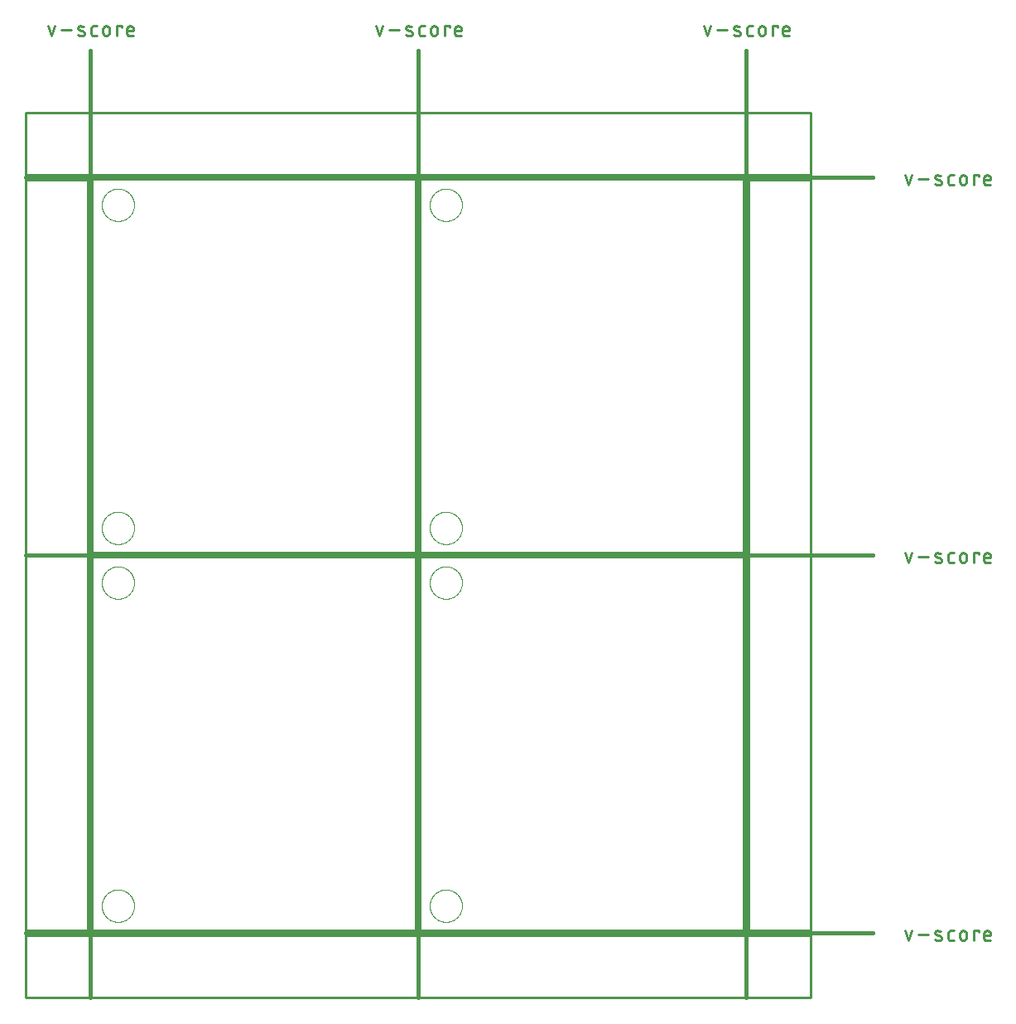
<source format=gko>
G75*
%MOIN*%
%OFA0B0*%
%FSLAX25Y25*%
%IPPOS*%
%LPD*%
%AMOC8*
5,1,8,0,0,1.08239X$1,22.5*
%
%ADD10C,0.00800*%
%ADD11C,0.01500*%
%ADD12C,0.01100*%
%ADD13C,0.01000*%
%ADD14C,0.00000*%
D10*
X0033342Y0028750D02*
X0033342Y0178750D01*
X0163342Y0178750D01*
X0163342Y0028750D01*
X0033342Y0028750D01*
X0165342Y0028750D02*
X0165342Y0178750D01*
X0295342Y0178750D01*
X0295342Y0028750D01*
X0165342Y0028750D01*
X0165342Y0180750D02*
X0165342Y0330750D01*
X0295342Y0330750D01*
X0295342Y0180750D01*
X0165342Y0180750D01*
X0163342Y0180750D02*
X0163342Y0330750D01*
X0033342Y0330750D01*
X0033342Y0180750D01*
X0163342Y0180750D01*
D11*
X0006342Y0179750D02*
X0347342Y0179750D01*
X0347342Y0331750D02*
X0006342Y0331750D01*
X0032342Y0382750D02*
X0032342Y0001750D01*
X0006342Y0027750D02*
X0347342Y0027750D01*
X0296342Y0001750D02*
X0296342Y0382750D01*
X0164342Y0382750D02*
X0164342Y0001750D01*
D12*
X0360133Y0028733D02*
X0361444Y0024800D01*
X0362755Y0028733D01*
X0365426Y0027094D02*
X0369359Y0027094D01*
X0372727Y0027094D02*
X0374366Y0026439D01*
X0374367Y0026439D02*
X0374419Y0026416D01*
X0374470Y0026389D01*
X0374519Y0026359D01*
X0374566Y0026326D01*
X0374611Y0026290D01*
X0374653Y0026250D01*
X0374692Y0026208D01*
X0374728Y0026164D01*
X0374761Y0026117D01*
X0374791Y0026067D01*
X0374818Y0026016D01*
X0374841Y0025964D01*
X0374860Y0025910D01*
X0374876Y0025854D01*
X0374888Y0025798D01*
X0374896Y0025741D01*
X0374900Y0025684D01*
X0374901Y0025626D01*
X0374897Y0025569D01*
X0374890Y0025512D01*
X0374878Y0025455D01*
X0374863Y0025400D01*
X0374845Y0025345D01*
X0374822Y0025292D01*
X0374796Y0025241D01*
X0374767Y0025192D01*
X0374734Y0025144D01*
X0374698Y0025099D01*
X0374660Y0025057D01*
X0374618Y0025017D01*
X0374574Y0024980D01*
X0374527Y0024946D01*
X0374479Y0024915D01*
X0374428Y0024888D01*
X0374376Y0024864D01*
X0374322Y0024844D01*
X0374267Y0024828D01*
X0374211Y0024815D01*
X0374154Y0024806D01*
X0374096Y0024801D01*
X0374039Y0024800D01*
X0374530Y0028405D02*
X0374423Y0028451D01*
X0374314Y0028494D01*
X0374204Y0028534D01*
X0374092Y0028570D01*
X0373980Y0028602D01*
X0373866Y0028631D01*
X0373752Y0028657D01*
X0373637Y0028678D01*
X0373522Y0028697D01*
X0373405Y0028711D01*
X0373289Y0028722D01*
X0373172Y0028729D01*
X0373055Y0028733D01*
X0373055Y0028734D02*
X0372998Y0028733D01*
X0372940Y0028728D01*
X0372883Y0028719D01*
X0372827Y0028706D01*
X0372772Y0028690D01*
X0372718Y0028670D01*
X0372666Y0028646D01*
X0372615Y0028619D01*
X0372567Y0028588D01*
X0372520Y0028554D01*
X0372476Y0028517D01*
X0372434Y0028477D01*
X0372396Y0028435D01*
X0372360Y0028390D01*
X0372327Y0028342D01*
X0372298Y0028293D01*
X0372272Y0028242D01*
X0372249Y0028189D01*
X0372231Y0028134D01*
X0372216Y0028079D01*
X0372204Y0028022D01*
X0372197Y0027965D01*
X0372193Y0027908D01*
X0372194Y0027850D01*
X0372198Y0027793D01*
X0372206Y0027736D01*
X0372218Y0027680D01*
X0372234Y0027624D01*
X0372253Y0027570D01*
X0372276Y0027518D01*
X0372303Y0027467D01*
X0372333Y0027417D01*
X0372366Y0027370D01*
X0372402Y0027326D01*
X0372441Y0027284D01*
X0372483Y0027244D01*
X0372528Y0027208D01*
X0372575Y0027175D01*
X0372624Y0027145D01*
X0372675Y0027118D01*
X0372727Y0027095D01*
X0372236Y0025128D02*
X0372370Y0025082D01*
X0372505Y0025039D01*
X0372641Y0025000D01*
X0372778Y0024964D01*
X0372915Y0024932D01*
X0373054Y0024903D01*
X0373193Y0024877D01*
X0373333Y0024856D01*
X0373474Y0024837D01*
X0373614Y0024823D01*
X0373756Y0024812D01*
X0373897Y0024804D01*
X0374039Y0024801D01*
X0377580Y0025783D02*
X0377580Y0027750D01*
X0377582Y0027812D01*
X0377588Y0027873D01*
X0377597Y0027934D01*
X0377611Y0027994D01*
X0377628Y0028054D01*
X0377649Y0028112D01*
X0377674Y0028169D01*
X0377702Y0028224D01*
X0377733Y0028277D01*
X0377768Y0028328D01*
X0377806Y0028377D01*
X0377846Y0028423D01*
X0377890Y0028467D01*
X0377936Y0028507D01*
X0377985Y0028545D01*
X0378036Y0028580D01*
X0378089Y0028611D01*
X0378144Y0028639D01*
X0378201Y0028664D01*
X0378259Y0028685D01*
X0378319Y0028702D01*
X0378379Y0028716D01*
X0378440Y0028725D01*
X0378501Y0028731D01*
X0378563Y0028733D01*
X0379874Y0028733D01*
X0382287Y0027422D02*
X0382287Y0026111D01*
X0382289Y0026040D01*
X0382295Y0025969D01*
X0382304Y0025899D01*
X0382318Y0025829D01*
X0382335Y0025760D01*
X0382356Y0025692D01*
X0382380Y0025626D01*
X0382408Y0025561D01*
X0382440Y0025497D01*
X0382475Y0025435D01*
X0382513Y0025375D01*
X0382554Y0025318D01*
X0382599Y0025262D01*
X0382646Y0025209D01*
X0382696Y0025159D01*
X0382749Y0025112D01*
X0382805Y0025067D01*
X0382862Y0025026D01*
X0382922Y0024988D01*
X0382984Y0024953D01*
X0383048Y0024921D01*
X0383113Y0024893D01*
X0383179Y0024869D01*
X0383247Y0024848D01*
X0383316Y0024831D01*
X0383386Y0024817D01*
X0383456Y0024808D01*
X0383527Y0024802D01*
X0383598Y0024800D01*
X0383669Y0024802D01*
X0383740Y0024808D01*
X0383810Y0024817D01*
X0383880Y0024831D01*
X0383949Y0024848D01*
X0384017Y0024869D01*
X0384083Y0024893D01*
X0384148Y0024921D01*
X0384212Y0024953D01*
X0384274Y0024988D01*
X0384334Y0025026D01*
X0384391Y0025067D01*
X0384447Y0025112D01*
X0384500Y0025159D01*
X0384550Y0025209D01*
X0384597Y0025262D01*
X0384642Y0025318D01*
X0384683Y0025375D01*
X0384721Y0025435D01*
X0384756Y0025497D01*
X0384788Y0025561D01*
X0384816Y0025626D01*
X0384840Y0025692D01*
X0384861Y0025760D01*
X0384878Y0025829D01*
X0384892Y0025899D01*
X0384901Y0025969D01*
X0384907Y0026040D01*
X0384909Y0026111D01*
X0384910Y0026111D02*
X0384910Y0027422D01*
X0384909Y0027422D02*
X0384907Y0027493D01*
X0384901Y0027564D01*
X0384892Y0027634D01*
X0384878Y0027704D01*
X0384861Y0027773D01*
X0384840Y0027841D01*
X0384816Y0027907D01*
X0384788Y0027972D01*
X0384756Y0028036D01*
X0384721Y0028098D01*
X0384683Y0028158D01*
X0384642Y0028215D01*
X0384597Y0028271D01*
X0384550Y0028324D01*
X0384500Y0028374D01*
X0384447Y0028421D01*
X0384391Y0028466D01*
X0384334Y0028507D01*
X0384274Y0028545D01*
X0384212Y0028580D01*
X0384148Y0028612D01*
X0384083Y0028640D01*
X0384017Y0028664D01*
X0383949Y0028685D01*
X0383880Y0028702D01*
X0383810Y0028716D01*
X0383740Y0028725D01*
X0383669Y0028731D01*
X0383598Y0028733D01*
X0383527Y0028731D01*
X0383456Y0028725D01*
X0383386Y0028716D01*
X0383316Y0028702D01*
X0383247Y0028685D01*
X0383179Y0028664D01*
X0383113Y0028640D01*
X0383048Y0028612D01*
X0382984Y0028580D01*
X0382922Y0028545D01*
X0382862Y0028507D01*
X0382805Y0028466D01*
X0382749Y0028421D01*
X0382696Y0028374D01*
X0382646Y0028324D01*
X0382599Y0028271D01*
X0382554Y0028215D01*
X0382513Y0028158D01*
X0382475Y0028098D01*
X0382440Y0028036D01*
X0382408Y0027972D01*
X0382380Y0027907D01*
X0382356Y0027841D01*
X0382335Y0027773D01*
X0382318Y0027704D01*
X0382304Y0027634D01*
X0382295Y0027564D01*
X0382289Y0027493D01*
X0382287Y0027422D01*
X0379874Y0024800D02*
X0378563Y0024800D01*
X0378501Y0024802D01*
X0378440Y0024808D01*
X0378379Y0024817D01*
X0378319Y0024831D01*
X0378259Y0024848D01*
X0378201Y0024869D01*
X0378144Y0024894D01*
X0378089Y0024922D01*
X0378036Y0024953D01*
X0377985Y0024988D01*
X0377936Y0025026D01*
X0377890Y0025066D01*
X0377846Y0025110D01*
X0377806Y0025156D01*
X0377768Y0025205D01*
X0377733Y0025256D01*
X0377702Y0025309D01*
X0377674Y0025364D01*
X0377649Y0025421D01*
X0377628Y0025479D01*
X0377611Y0025539D01*
X0377597Y0025599D01*
X0377588Y0025660D01*
X0377582Y0025721D01*
X0377580Y0025783D01*
X0387876Y0024800D02*
X0387876Y0028733D01*
X0389843Y0028733D01*
X0389843Y0028078D01*
X0391929Y0027422D02*
X0391929Y0025783D01*
X0391931Y0025721D01*
X0391937Y0025660D01*
X0391946Y0025599D01*
X0391960Y0025539D01*
X0391977Y0025479D01*
X0391998Y0025421D01*
X0392023Y0025364D01*
X0392051Y0025309D01*
X0392082Y0025256D01*
X0392117Y0025205D01*
X0392155Y0025156D01*
X0392195Y0025110D01*
X0392239Y0025066D01*
X0392285Y0025026D01*
X0392334Y0024988D01*
X0392385Y0024953D01*
X0392438Y0024922D01*
X0392493Y0024894D01*
X0392550Y0024869D01*
X0392608Y0024848D01*
X0392668Y0024831D01*
X0392728Y0024817D01*
X0392789Y0024808D01*
X0392850Y0024802D01*
X0392912Y0024800D01*
X0394551Y0024800D01*
X0394551Y0026767D02*
X0391929Y0026767D01*
X0391929Y0027422D02*
X0391931Y0027493D01*
X0391937Y0027564D01*
X0391946Y0027634D01*
X0391960Y0027704D01*
X0391977Y0027773D01*
X0391998Y0027841D01*
X0392022Y0027907D01*
X0392050Y0027972D01*
X0392082Y0028036D01*
X0392117Y0028098D01*
X0392155Y0028158D01*
X0392196Y0028215D01*
X0392241Y0028271D01*
X0392288Y0028324D01*
X0392338Y0028374D01*
X0392391Y0028421D01*
X0392447Y0028466D01*
X0392504Y0028507D01*
X0392564Y0028545D01*
X0392626Y0028580D01*
X0392690Y0028612D01*
X0392755Y0028640D01*
X0392821Y0028664D01*
X0392889Y0028685D01*
X0392958Y0028702D01*
X0393028Y0028716D01*
X0393098Y0028725D01*
X0393169Y0028731D01*
X0393240Y0028733D01*
X0393311Y0028731D01*
X0393382Y0028725D01*
X0393452Y0028716D01*
X0393522Y0028702D01*
X0393591Y0028685D01*
X0393659Y0028664D01*
X0393725Y0028640D01*
X0393790Y0028612D01*
X0393854Y0028580D01*
X0393916Y0028545D01*
X0393976Y0028507D01*
X0394033Y0028466D01*
X0394089Y0028421D01*
X0394142Y0028374D01*
X0394192Y0028324D01*
X0394239Y0028271D01*
X0394284Y0028215D01*
X0394325Y0028158D01*
X0394363Y0028098D01*
X0394398Y0028036D01*
X0394430Y0027972D01*
X0394458Y0027907D01*
X0394482Y0027841D01*
X0394503Y0027773D01*
X0394520Y0027704D01*
X0394534Y0027634D01*
X0394543Y0027564D01*
X0394549Y0027493D01*
X0394551Y0027422D01*
X0394551Y0026767D01*
X0394551Y0176800D02*
X0392912Y0176800D01*
X0392850Y0176802D01*
X0392789Y0176808D01*
X0392728Y0176817D01*
X0392668Y0176831D01*
X0392608Y0176848D01*
X0392550Y0176869D01*
X0392493Y0176894D01*
X0392438Y0176922D01*
X0392385Y0176953D01*
X0392334Y0176988D01*
X0392285Y0177026D01*
X0392239Y0177066D01*
X0392195Y0177110D01*
X0392155Y0177156D01*
X0392117Y0177205D01*
X0392082Y0177256D01*
X0392051Y0177309D01*
X0392023Y0177364D01*
X0391998Y0177421D01*
X0391977Y0177479D01*
X0391960Y0177539D01*
X0391946Y0177599D01*
X0391937Y0177660D01*
X0391931Y0177721D01*
X0391929Y0177783D01*
X0391929Y0179422D01*
X0391929Y0178767D02*
X0394551Y0178767D01*
X0394551Y0179422D01*
X0394549Y0179493D01*
X0394543Y0179564D01*
X0394534Y0179634D01*
X0394520Y0179704D01*
X0394503Y0179773D01*
X0394482Y0179841D01*
X0394458Y0179907D01*
X0394430Y0179972D01*
X0394398Y0180036D01*
X0394363Y0180098D01*
X0394325Y0180158D01*
X0394284Y0180215D01*
X0394239Y0180271D01*
X0394192Y0180324D01*
X0394142Y0180374D01*
X0394089Y0180421D01*
X0394033Y0180466D01*
X0393976Y0180507D01*
X0393916Y0180545D01*
X0393854Y0180580D01*
X0393790Y0180612D01*
X0393725Y0180640D01*
X0393659Y0180664D01*
X0393591Y0180685D01*
X0393522Y0180702D01*
X0393452Y0180716D01*
X0393382Y0180725D01*
X0393311Y0180731D01*
X0393240Y0180733D01*
X0393169Y0180731D01*
X0393098Y0180725D01*
X0393028Y0180716D01*
X0392958Y0180702D01*
X0392889Y0180685D01*
X0392821Y0180664D01*
X0392755Y0180640D01*
X0392690Y0180612D01*
X0392626Y0180580D01*
X0392564Y0180545D01*
X0392504Y0180507D01*
X0392447Y0180466D01*
X0392391Y0180421D01*
X0392338Y0180374D01*
X0392288Y0180324D01*
X0392241Y0180271D01*
X0392196Y0180215D01*
X0392155Y0180158D01*
X0392117Y0180098D01*
X0392082Y0180036D01*
X0392050Y0179972D01*
X0392022Y0179907D01*
X0391998Y0179841D01*
X0391977Y0179773D01*
X0391960Y0179704D01*
X0391946Y0179634D01*
X0391937Y0179564D01*
X0391931Y0179493D01*
X0391929Y0179422D01*
X0389843Y0180078D02*
X0389843Y0180733D01*
X0387876Y0180733D01*
X0387876Y0176800D01*
X0384910Y0178111D02*
X0384910Y0179422D01*
X0384909Y0179422D02*
X0384907Y0179493D01*
X0384901Y0179564D01*
X0384892Y0179634D01*
X0384878Y0179704D01*
X0384861Y0179773D01*
X0384840Y0179841D01*
X0384816Y0179907D01*
X0384788Y0179972D01*
X0384756Y0180036D01*
X0384721Y0180098D01*
X0384683Y0180158D01*
X0384642Y0180215D01*
X0384597Y0180271D01*
X0384550Y0180324D01*
X0384500Y0180374D01*
X0384447Y0180421D01*
X0384391Y0180466D01*
X0384334Y0180507D01*
X0384274Y0180545D01*
X0384212Y0180580D01*
X0384148Y0180612D01*
X0384083Y0180640D01*
X0384017Y0180664D01*
X0383949Y0180685D01*
X0383880Y0180702D01*
X0383810Y0180716D01*
X0383740Y0180725D01*
X0383669Y0180731D01*
X0383598Y0180733D01*
X0383527Y0180731D01*
X0383456Y0180725D01*
X0383386Y0180716D01*
X0383316Y0180702D01*
X0383247Y0180685D01*
X0383179Y0180664D01*
X0383113Y0180640D01*
X0383048Y0180612D01*
X0382984Y0180580D01*
X0382922Y0180545D01*
X0382862Y0180507D01*
X0382805Y0180466D01*
X0382749Y0180421D01*
X0382696Y0180374D01*
X0382646Y0180324D01*
X0382599Y0180271D01*
X0382554Y0180215D01*
X0382513Y0180158D01*
X0382475Y0180098D01*
X0382440Y0180036D01*
X0382408Y0179972D01*
X0382380Y0179907D01*
X0382356Y0179841D01*
X0382335Y0179773D01*
X0382318Y0179704D01*
X0382304Y0179634D01*
X0382295Y0179564D01*
X0382289Y0179493D01*
X0382287Y0179422D01*
X0382287Y0178111D01*
X0382289Y0178040D01*
X0382295Y0177969D01*
X0382304Y0177899D01*
X0382318Y0177829D01*
X0382335Y0177760D01*
X0382356Y0177692D01*
X0382380Y0177626D01*
X0382408Y0177561D01*
X0382440Y0177497D01*
X0382475Y0177435D01*
X0382513Y0177375D01*
X0382554Y0177318D01*
X0382599Y0177262D01*
X0382646Y0177209D01*
X0382696Y0177159D01*
X0382749Y0177112D01*
X0382805Y0177067D01*
X0382862Y0177026D01*
X0382922Y0176988D01*
X0382984Y0176953D01*
X0383048Y0176921D01*
X0383113Y0176893D01*
X0383179Y0176869D01*
X0383247Y0176848D01*
X0383316Y0176831D01*
X0383386Y0176817D01*
X0383456Y0176808D01*
X0383527Y0176802D01*
X0383598Y0176800D01*
X0383669Y0176802D01*
X0383740Y0176808D01*
X0383810Y0176817D01*
X0383880Y0176831D01*
X0383949Y0176848D01*
X0384017Y0176869D01*
X0384083Y0176893D01*
X0384148Y0176921D01*
X0384212Y0176953D01*
X0384274Y0176988D01*
X0384334Y0177026D01*
X0384391Y0177067D01*
X0384447Y0177112D01*
X0384500Y0177159D01*
X0384550Y0177209D01*
X0384597Y0177262D01*
X0384642Y0177318D01*
X0384683Y0177375D01*
X0384721Y0177435D01*
X0384756Y0177497D01*
X0384788Y0177561D01*
X0384816Y0177626D01*
X0384840Y0177692D01*
X0384861Y0177760D01*
X0384878Y0177829D01*
X0384892Y0177899D01*
X0384901Y0177969D01*
X0384907Y0178040D01*
X0384909Y0178111D01*
X0379874Y0176800D02*
X0378563Y0176800D01*
X0378501Y0176802D01*
X0378440Y0176808D01*
X0378379Y0176817D01*
X0378319Y0176831D01*
X0378259Y0176848D01*
X0378201Y0176869D01*
X0378144Y0176894D01*
X0378089Y0176922D01*
X0378036Y0176953D01*
X0377985Y0176988D01*
X0377936Y0177026D01*
X0377890Y0177066D01*
X0377846Y0177110D01*
X0377806Y0177156D01*
X0377768Y0177205D01*
X0377733Y0177256D01*
X0377702Y0177309D01*
X0377674Y0177364D01*
X0377649Y0177421D01*
X0377628Y0177479D01*
X0377611Y0177539D01*
X0377597Y0177599D01*
X0377588Y0177660D01*
X0377582Y0177721D01*
X0377580Y0177783D01*
X0377580Y0179750D01*
X0377582Y0179812D01*
X0377588Y0179873D01*
X0377597Y0179934D01*
X0377611Y0179994D01*
X0377628Y0180054D01*
X0377649Y0180112D01*
X0377674Y0180169D01*
X0377702Y0180224D01*
X0377733Y0180277D01*
X0377768Y0180328D01*
X0377806Y0180377D01*
X0377846Y0180423D01*
X0377890Y0180467D01*
X0377936Y0180507D01*
X0377985Y0180545D01*
X0378036Y0180580D01*
X0378089Y0180611D01*
X0378144Y0180639D01*
X0378201Y0180664D01*
X0378259Y0180685D01*
X0378319Y0180702D01*
X0378379Y0180716D01*
X0378440Y0180725D01*
X0378501Y0180731D01*
X0378563Y0180733D01*
X0379874Y0180733D01*
X0374366Y0178439D02*
X0372727Y0179094D01*
X0372727Y0179095D02*
X0372675Y0179118D01*
X0372624Y0179145D01*
X0372575Y0179175D01*
X0372528Y0179208D01*
X0372483Y0179244D01*
X0372441Y0179284D01*
X0372402Y0179326D01*
X0372366Y0179370D01*
X0372333Y0179417D01*
X0372303Y0179467D01*
X0372276Y0179518D01*
X0372253Y0179570D01*
X0372234Y0179624D01*
X0372218Y0179680D01*
X0372206Y0179736D01*
X0372198Y0179793D01*
X0372194Y0179850D01*
X0372193Y0179908D01*
X0372197Y0179965D01*
X0372204Y0180022D01*
X0372216Y0180079D01*
X0372231Y0180134D01*
X0372249Y0180189D01*
X0372272Y0180242D01*
X0372298Y0180293D01*
X0372327Y0180342D01*
X0372360Y0180390D01*
X0372396Y0180435D01*
X0372434Y0180477D01*
X0372476Y0180517D01*
X0372520Y0180554D01*
X0372567Y0180588D01*
X0372615Y0180619D01*
X0372666Y0180646D01*
X0372718Y0180670D01*
X0372772Y0180690D01*
X0372827Y0180706D01*
X0372883Y0180719D01*
X0372940Y0180728D01*
X0372998Y0180733D01*
X0373055Y0180734D01*
X0372236Y0177128D02*
X0372370Y0177082D01*
X0372505Y0177039D01*
X0372641Y0177000D01*
X0372778Y0176964D01*
X0372915Y0176932D01*
X0373054Y0176903D01*
X0373193Y0176877D01*
X0373333Y0176856D01*
X0373474Y0176837D01*
X0373614Y0176823D01*
X0373756Y0176812D01*
X0373897Y0176804D01*
X0374039Y0176801D01*
X0374039Y0176800D02*
X0374096Y0176801D01*
X0374154Y0176806D01*
X0374211Y0176815D01*
X0374267Y0176828D01*
X0374322Y0176844D01*
X0374376Y0176864D01*
X0374428Y0176888D01*
X0374479Y0176915D01*
X0374527Y0176946D01*
X0374574Y0176980D01*
X0374618Y0177017D01*
X0374660Y0177057D01*
X0374698Y0177099D01*
X0374734Y0177144D01*
X0374767Y0177192D01*
X0374796Y0177241D01*
X0374822Y0177292D01*
X0374845Y0177345D01*
X0374863Y0177400D01*
X0374878Y0177455D01*
X0374890Y0177512D01*
X0374897Y0177569D01*
X0374901Y0177626D01*
X0374900Y0177684D01*
X0374896Y0177741D01*
X0374888Y0177798D01*
X0374876Y0177854D01*
X0374860Y0177910D01*
X0374841Y0177964D01*
X0374818Y0178016D01*
X0374791Y0178067D01*
X0374761Y0178117D01*
X0374728Y0178164D01*
X0374692Y0178208D01*
X0374653Y0178250D01*
X0374611Y0178290D01*
X0374566Y0178326D01*
X0374519Y0178359D01*
X0374470Y0178389D01*
X0374419Y0178416D01*
X0374367Y0178439D01*
X0374530Y0180405D02*
X0374423Y0180451D01*
X0374314Y0180494D01*
X0374204Y0180534D01*
X0374092Y0180570D01*
X0373980Y0180602D01*
X0373866Y0180631D01*
X0373752Y0180657D01*
X0373637Y0180678D01*
X0373522Y0180697D01*
X0373405Y0180711D01*
X0373289Y0180722D01*
X0373172Y0180729D01*
X0373055Y0180733D01*
X0369359Y0179094D02*
X0365426Y0179094D01*
X0362755Y0180733D02*
X0361444Y0176800D01*
X0360133Y0180733D01*
X0361444Y0328800D02*
X0362755Y0332733D01*
X0360133Y0332733D02*
X0361444Y0328800D01*
X0365426Y0331094D02*
X0369359Y0331094D01*
X0372727Y0331094D02*
X0374366Y0330439D01*
X0374367Y0330439D02*
X0374419Y0330416D01*
X0374470Y0330389D01*
X0374519Y0330359D01*
X0374566Y0330326D01*
X0374611Y0330290D01*
X0374653Y0330250D01*
X0374692Y0330208D01*
X0374728Y0330164D01*
X0374761Y0330117D01*
X0374791Y0330067D01*
X0374818Y0330016D01*
X0374841Y0329964D01*
X0374860Y0329910D01*
X0374876Y0329854D01*
X0374888Y0329798D01*
X0374896Y0329741D01*
X0374900Y0329684D01*
X0374901Y0329626D01*
X0374897Y0329569D01*
X0374890Y0329512D01*
X0374878Y0329455D01*
X0374863Y0329400D01*
X0374845Y0329345D01*
X0374822Y0329292D01*
X0374796Y0329241D01*
X0374767Y0329192D01*
X0374734Y0329144D01*
X0374698Y0329099D01*
X0374660Y0329057D01*
X0374618Y0329017D01*
X0374574Y0328980D01*
X0374527Y0328946D01*
X0374479Y0328915D01*
X0374428Y0328888D01*
X0374376Y0328864D01*
X0374322Y0328844D01*
X0374267Y0328828D01*
X0374211Y0328815D01*
X0374154Y0328806D01*
X0374096Y0328801D01*
X0374039Y0328800D01*
X0374530Y0332405D02*
X0374423Y0332451D01*
X0374314Y0332494D01*
X0374204Y0332534D01*
X0374092Y0332570D01*
X0373980Y0332602D01*
X0373866Y0332631D01*
X0373752Y0332657D01*
X0373637Y0332678D01*
X0373522Y0332697D01*
X0373405Y0332711D01*
X0373289Y0332722D01*
X0373172Y0332729D01*
X0373055Y0332733D01*
X0373055Y0332734D02*
X0372998Y0332733D01*
X0372940Y0332728D01*
X0372883Y0332719D01*
X0372827Y0332706D01*
X0372772Y0332690D01*
X0372718Y0332670D01*
X0372666Y0332646D01*
X0372615Y0332619D01*
X0372567Y0332588D01*
X0372520Y0332554D01*
X0372476Y0332517D01*
X0372434Y0332477D01*
X0372396Y0332435D01*
X0372360Y0332390D01*
X0372327Y0332342D01*
X0372298Y0332293D01*
X0372272Y0332242D01*
X0372249Y0332189D01*
X0372231Y0332134D01*
X0372216Y0332079D01*
X0372204Y0332022D01*
X0372197Y0331965D01*
X0372193Y0331908D01*
X0372194Y0331850D01*
X0372198Y0331793D01*
X0372206Y0331736D01*
X0372218Y0331680D01*
X0372234Y0331624D01*
X0372253Y0331570D01*
X0372276Y0331518D01*
X0372303Y0331467D01*
X0372333Y0331417D01*
X0372366Y0331370D01*
X0372402Y0331326D01*
X0372441Y0331284D01*
X0372483Y0331244D01*
X0372528Y0331208D01*
X0372575Y0331175D01*
X0372624Y0331145D01*
X0372675Y0331118D01*
X0372727Y0331095D01*
X0372236Y0329128D02*
X0372370Y0329082D01*
X0372505Y0329039D01*
X0372641Y0329000D01*
X0372778Y0328964D01*
X0372915Y0328932D01*
X0373054Y0328903D01*
X0373193Y0328877D01*
X0373333Y0328856D01*
X0373474Y0328837D01*
X0373614Y0328823D01*
X0373756Y0328812D01*
X0373897Y0328804D01*
X0374039Y0328801D01*
X0377580Y0329783D02*
X0377580Y0331750D01*
X0377582Y0331812D01*
X0377588Y0331873D01*
X0377597Y0331934D01*
X0377611Y0331994D01*
X0377628Y0332054D01*
X0377649Y0332112D01*
X0377674Y0332169D01*
X0377702Y0332224D01*
X0377733Y0332277D01*
X0377768Y0332328D01*
X0377806Y0332377D01*
X0377846Y0332423D01*
X0377890Y0332467D01*
X0377936Y0332507D01*
X0377985Y0332545D01*
X0378036Y0332580D01*
X0378089Y0332611D01*
X0378144Y0332639D01*
X0378201Y0332664D01*
X0378259Y0332685D01*
X0378319Y0332702D01*
X0378379Y0332716D01*
X0378440Y0332725D01*
X0378501Y0332731D01*
X0378563Y0332733D01*
X0379874Y0332733D01*
X0382287Y0331422D02*
X0382287Y0330111D01*
X0382289Y0330040D01*
X0382295Y0329969D01*
X0382304Y0329899D01*
X0382318Y0329829D01*
X0382335Y0329760D01*
X0382356Y0329692D01*
X0382380Y0329626D01*
X0382408Y0329561D01*
X0382440Y0329497D01*
X0382475Y0329435D01*
X0382513Y0329375D01*
X0382554Y0329318D01*
X0382599Y0329262D01*
X0382646Y0329209D01*
X0382696Y0329159D01*
X0382749Y0329112D01*
X0382805Y0329067D01*
X0382862Y0329026D01*
X0382922Y0328988D01*
X0382984Y0328953D01*
X0383048Y0328921D01*
X0383113Y0328893D01*
X0383179Y0328869D01*
X0383247Y0328848D01*
X0383316Y0328831D01*
X0383386Y0328817D01*
X0383456Y0328808D01*
X0383527Y0328802D01*
X0383598Y0328800D01*
X0383669Y0328802D01*
X0383740Y0328808D01*
X0383810Y0328817D01*
X0383880Y0328831D01*
X0383949Y0328848D01*
X0384017Y0328869D01*
X0384083Y0328893D01*
X0384148Y0328921D01*
X0384212Y0328953D01*
X0384274Y0328988D01*
X0384334Y0329026D01*
X0384391Y0329067D01*
X0384447Y0329112D01*
X0384500Y0329159D01*
X0384550Y0329209D01*
X0384597Y0329262D01*
X0384642Y0329318D01*
X0384683Y0329375D01*
X0384721Y0329435D01*
X0384756Y0329497D01*
X0384788Y0329561D01*
X0384816Y0329626D01*
X0384840Y0329692D01*
X0384861Y0329760D01*
X0384878Y0329829D01*
X0384892Y0329899D01*
X0384901Y0329969D01*
X0384907Y0330040D01*
X0384909Y0330111D01*
X0384910Y0330111D02*
X0384910Y0331422D01*
X0384909Y0331422D02*
X0384907Y0331493D01*
X0384901Y0331564D01*
X0384892Y0331634D01*
X0384878Y0331704D01*
X0384861Y0331773D01*
X0384840Y0331841D01*
X0384816Y0331907D01*
X0384788Y0331972D01*
X0384756Y0332036D01*
X0384721Y0332098D01*
X0384683Y0332158D01*
X0384642Y0332215D01*
X0384597Y0332271D01*
X0384550Y0332324D01*
X0384500Y0332374D01*
X0384447Y0332421D01*
X0384391Y0332466D01*
X0384334Y0332507D01*
X0384274Y0332545D01*
X0384212Y0332580D01*
X0384148Y0332612D01*
X0384083Y0332640D01*
X0384017Y0332664D01*
X0383949Y0332685D01*
X0383880Y0332702D01*
X0383810Y0332716D01*
X0383740Y0332725D01*
X0383669Y0332731D01*
X0383598Y0332733D01*
X0383527Y0332731D01*
X0383456Y0332725D01*
X0383386Y0332716D01*
X0383316Y0332702D01*
X0383247Y0332685D01*
X0383179Y0332664D01*
X0383113Y0332640D01*
X0383048Y0332612D01*
X0382984Y0332580D01*
X0382922Y0332545D01*
X0382862Y0332507D01*
X0382805Y0332466D01*
X0382749Y0332421D01*
X0382696Y0332374D01*
X0382646Y0332324D01*
X0382599Y0332271D01*
X0382554Y0332215D01*
X0382513Y0332158D01*
X0382475Y0332098D01*
X0382440Y0332036D01*
X0382408Y0331972D01*
X0382380Y0331907D01*
X0382356Y0331841D01*
X0382335Y0331773D01*
X0382318Y0331704D01*
X0382304Y0331634D01*
X0382295Y0331564D01*
X0382289Y0331493D01*
X0382287Y0331422D01*
X0379874Y0328800D02*
X0378563Y0328800D01*
X0378501Y0328802D01*
X0378440Y0328808D01*
X0378379Y0328817D01*
X0378319Y0328831D01*
X0378259Y0328848D01*
X0378201Y0328869D01*
X0378144Y0328894D01*
X0378089Y0328922D01*
X0378036Y0328953D01*
X0377985Y0328988D01*
X0377936Y0329026D01*
X0377890Y0329066D01*
X0377846Y0329110D01*
X0377806Y0329156D01*
X0377768Y0329205D01*
X0377733Y0329256D01*
X0377702Y0329309D01*
X0377674Y0329364D01*
X0377649Y0329421D01*
X0377628Y0329479D01*
X0377611Y0329539D01*
X0377597Y0329599D01*
X0377588Y0329660D01*
X0377582Y0329721D01*
X0377580Y0329783D01*
X0387876Y0328800D02*
X0387876Y0332733D01*
X0389843Y0332733D01*
X0389843Y0332078D01*
X0391929Y0331422D02*
X0391929Y0329783D01*
X0391931Y0329721D01*
X0391937Y0329660D01*
X0391946Y0329599D01*
X0391960Y0329539D01*
X0391977Y0329479D01*
X0391998Y0329421D01*
X0392023Y0329364D01*
X0392051Y0329309D01*
X0392082Y0329256D01*
X0392117Y0329205D01*
X0392155Y0329156D01*
X0392195Y0329110D01*
X0392239Y0329066D01*
X0392285Y0329026D01*
X0392334Y0328988D01*
X0392385Y0328953D01*
X0392438Y0328922D01*
X0392493Y0328894D01*
X0392550Y0328869D01*
X0392608Y0328848D01*
X0392668Y0328831D01*
X0392728Y0328817D01*
X0392789Y0328808D01*
X0392850Y0328802D01*
X0392912Y0328800D01*
X0394551Y0328800D01*
X0394551Y0330767D02*
X0391929Y0330767D01*
X0391929Y0331422D02*
X0391931Y0331493D01*
X0391937Y0331564D01*
X0391946Y0331634D01*
X0391960Y0331704D01*
X0391977Y0331773D01*
X0391998Y0331841D01*
X0392022Y0331907D01*
X0392050Y0331972D01*
X0392082Y0332036D01*
X0392117Y0332098D01*
X0392155Y0332158D01*
X0392196Y0332215D01*
X0392241Y0332271D01*
X0392288Y0332324D01*
X0392338Y0332374D01*
X0392391Y0332421D01*
X0392447Y0332466D01*
X0392504Y0332507D01*
X0392564Y0332545D01*
X0392626Y0332580D01*
X0392690Y0332612D01*
X0392755Y0332640D01*
X0392821Y0332664D01*
X0392889Y0332685D01*
X0392958Y0332702D01*
X0393028Y0332716D01*
X0393098Y0332725D01*
X0393169Y0332731D01*
X0393240Y0332733D01*
X0393311Y0332731D01*
X0393382Y0332725D01*
X0393452Y0332716D01*
X0393522Y0332702D01*
X0393591Y0332685D01*
X0393659Y0332664D01*
X0393725Y0332640D01*
X0393790Y0332612D01*
X0393854Y0332580D01*
X0393916Y0332545D01*
X0393976Y0332507D01*
X0394033Y0332466D01*
X0394089Y0332421D01*
X0394142Y0332374D01*
X0394192Y0332324D01*
X0394239Y0332271D01*
X0394284Y0332215D01*
X0394325Y0332158D01*
X0394363Y0332098D01*
X0394398Y0332036D01*
X0394430Y0331972D01*
X0394458Y0331907D01*
X0394482Y0331841D01*
X0394503Y0331773D01*
X0394520Y0331704D01*
X0394534Y0331634D01*
X0394543Y0331564D01*
X0394549Y0331493D01*
X0394551Y0331422D01*
X0394551Y0330767D01*
X0313551Y0388800D02*
X0311912Y0388800D01*
X0311850Y0388802D01*
X0311789Y0388808D01*
X0311728Y0388817D01*
X0311668Y0388831D01*
X0311608Y0388848D01*
X0311550Y0388869D01*
X0311493Y0388894D01*
X0311438Y0388922D01*
X0311385Y0388953D01*
X0311334Y0388988D01*
X0311285Y0389026D01*
X0311239Y0389066D01*
X0311195Y0389110D01*
X0311155Y0389156D01*
X0311117Y0389205D01*
X0311082Y0389256D01*
X0311051Y0389309D01*
X0311023Y0389364D01*
X0310998Y0389421D01*
X0310977Y0389479D01*
X0310960Y0389539D01*
X0310946Y0389599D01*
X0310937Y0389660D01*
X0310931Y0389721D01*
X0310929Y0389783D01*
X0310929Y0391422D01*
X0310929Y0390767D02*
X0313551Y0390767D01*
X0313551Y0391422D01*
X0313549Y0391493D01*
X0313543Y0391564D01*
X0313534Y0391634D01*
X0313520Y0391704D01*
X0313503Y0391773D01*
X0313482Y0391841D01*
X0313458Y0391907D01*
X0313430Y0391972D01*
X0313398Y0392036D01*
X0313363Y0392098D01*
X0313325Y0392158D01*
X0313284Y0392215D01*
X0313239Y0392271D01*
X0313192Y0392324D01*
X0313142Y0392374D01*
X0313089Y0392421D01*
X0313033Y0392466D01*
X0312976Y0392507D01*
X0312916Y0392545D01*
X0312854Y0392580D01*
X0312790Y0392612D01*
X0312725Y0392640D01*
X0312659Y0392664D01*
X0312591Y0392685D01*
X0312522Y0392702D01*
X0312452Y0392716D01*
X0312382Y0392725D01*
X0312311Y0392731D01*
X0312240Y0392733D01*
X0312169Y0392731D01*
X0312098Y0392725D01*
X0312028Y0392716D01*
X0311958Y0392702D01*
X0311889Y0392685D01*
X0311821Y0392664D01*
X0311755Y0392640D01*
X0311690Y0392612D01*
X0311626Y0392580D01*
X0311564Y0392545D01*
X0311504Y0392507D01*
X0311447Y0392466D01*
X0311391Y0392421D01*
X0311338Y0392374D01*
X0311288Y0392324D01*
X0311241Y0392271D01*
X0311196Y0392215D01*
X0311155Y0392158D01*
X0311117Y0392098D01*
X0311082Y0392036D01*
X0311050Y0391972D01*
X0311022Y0391907D01*
X0310998Y0391841D01*
X0310977Y0391773D01*
X0310960Y0391704D01*
X0310946Y0391634D01*
X0310937Y0391564D01*
X0310931Y0391493D01*
X0310929Y0391422D01*
X0308843Y0392078D02*
X0308843Y0392733D01*
X0306876Y0392733D01*
X0306876Y0388800D01*
X0303910Y0390111D02*
X0303910Y0391422D01*
X0303909Y0391422D02*
X0303907Y0391493D01*
X0303901Y0391564D01*
X0303892Y0391634D01*
X0303878Y0391704D01*
X0303861Y0391773D01*
X0303840Y0391841D01*
X0303816Y0391907D01*
X0303788Y0391972D01*
X0303756Y0392036D01*
X0303721Y0392098D01*
X0303683Y0392158D01*
X0303642Y0392215D01*
X0303597Y0392271D01*
X0303550Y0392324D01*
X0303500Y0392374D01*
X0303447Y0392421D01*
X0303391Y0392466D01*
X0303334Y0392507D01*
X0303274Y0392545D01*
X0303212Y0392580D01*
X0303148Y0392612D01*
X0303083Y0392640D01*
X0303017Y0392664D01*
X0302949Y0392685D01*
X0302880Y0392702D01*
X0302810Y0392716D01*
X0302740Y0392725D01*
X0302669Y0392731D01*
X0302598Y0392733D01*
X0302527Y0392731D01*
X0302456Y0392725D01*
X0302386Y0392716D01*
X0302316Y0392702D01*
X0302247Y0392685D01*
X0302179Y0392664D01*
X0302113Y0392640D01*
X0302048Y0392612D01*
X0301984Y0392580D01*
X0301922Y0392545D01*
X0301862Y0392507D01*
X0301805Y0392466D01*
X0301749Y0392421D01*
X0301696Y0392374D01*
X0301646Y0392324D01*
X0301599Y0392271D01*
X0301554Y0392215D01*
X0301513Y0392158D01*
X0301475Y0392098D01*
X0301440Y0392036D01*
X0301408Y0391972D01*
X0301380Y0391907D01*
X0301356Y0391841D01*
X0301335Y0391773D01*
X0301318Y0391704D01*
X0301304Y0391634D01*
X0301295Y0391564D01*
X0301289Y0391493D01*
X0301287Y0391422D01*
X0301287Y0390111D01*
X0301289Y0390040D01*
X0301295Y0389969D01*
X0301304Y0389899D01*
X0301318Y0389829D01*
X0301335Y0389760D01*
X0301356Y0389692D01*
X0301380Y0389626D01*
X0301408Y0389561D01*
X0301440Y0389497D01*
X0301475Y0389435D01*
X0301513Y0389375D01*
X0301554Y0389318D01*
X0301599Y0389262D01*
X0301646Y0389209D01*
X0301696Y0389159D01*
X0301749Y0389112D01*
X0301805Y0389067D01*
X0301862Y0389026D01*
X0301922Y0388988D01*
X0301984Y0388953D01*
X0302048Y0388921D01*
X0302113Y0388893D01*
X0302179Y0388869D01*
X0302247Y0388848D01*
X0302316Y0388831D01*
X0302386Y0388817D01*
X0302456Y0388808D01*
X0302527Y0388802D01*
X0302598Y0388800D01*
X0302669Y0388802D01*
X0302740Y0388808D01*
X0302810Y0388817D01*
X0302880Y0388831D01*
X0302949Y0388848D01*
X0303017Y0388869D01*
X0303083Y0388893D01*
X0303148Y0388921D01*
X0303212Y0388953D01*
X0303274Y0388988D01*
X0303334Y0389026D01*
X0303391Y0389067D01*
X0303447Y0389112D01*
X0303500Y0389159D01*
X0303550Y0389209D01*
X0303597Y0389262D01*
X0303642Y0389318D01*
X0303683Y0389375D01*
X0303721Y0389435D01*
X0303756Y0389497D01*
X0303788Y0389561D01*
X0303816Y0389626D01*
X0303840Y0389692D01*
X0303861Y0389760D01*
X0303878Y0389829D01*
X0303892Y0389899D01*
X0303901Y0389969D01*
X0303907Y0390040D01*
X0303909Y0390111D01*
X0298874Y0388800D02*
X0297563Y0388800D01*
X0297501Y0388802D01*
X0297440Y0388808D01*
X0297379Y0388817D01*
X0297319Y0388831D01*
X0297259Y0388848D01*
X0297201Y0388869D01*
X0297144Y0388894D01*
X0297089Y0388922D01*
X0297036Y0388953D01*
X0296985Y0388988D01*
X0296936Y0389026D01*
X0296890Y0389066D01*
X0296846Y0389110D01*
X0296806Y0389156D01*
X0296768Y0389205D01*
X0296733Y0389256D01*
X0296702Y0389309D01*
X0296674Y0389364D01*
X0296649Y0389421D01*
X0296628Y0389479D01*
X0296611Y0389539D01*
X0296597Y0389599D01*
X0296588Y0389660D01*
X0296582Y0389721D01*
X0296580Y0389783D01*
X0296580Y0391750D01*
X0296582Y0391812D01*
X0296588Y0391873D01*
X0296597Y0391934D01*
X0296611Y0391994D01*
X0296628Y0392054D01*
X0296649Y0392112D01*
X0296674Y0392169D01*
X0296702Y0392224D01*
X0296733Y0392277D01*
X0296768Y0392328D01*
X0296806Y0392377D01*
X0296846Y0392423D01*
X0296890Y0392467D01*
X0296936Y0392507D01*
X0296985Y0392545D01*
X0297036Y0392580D01*
X0297089Y0392611D01*
X0297144Y0392639D01*
X0297201Y0392664D01*
X0297259Y0392685D01*
X0297319Y0392702D01*
X0297379Y0392716D01*
X0297440Y0392725D01*
X0297501Y0392731D01*
X0297563Y0392733D01*
X0298874Y0392733D01*
X0293366Y0390439D02*
X0291727Y0391094D01*
X0291727Y0391095D02*
X0291675Y0391118D01*
X0291624Y0391145D01*
X0291575Y0391175D01*
X0291528Y0391208D01*
X0291483Y0391244D01*
X0291441Y0391284D01*
X0291402Y0391326D01*
X0291366Y0391370D01*
X0291333Y0391417D01*
X0291303Y0391467D01*
X0291276Y0391518D01*
X0291253Y0391570D01*
X0291234Y0391624D01*
X0291218Y0391680D01*
X0291206Y0391736D01*
X0291198Y0391793D01*
X0291194Y0391850D01*
X0291193Y0391908D01*
X0291197Y0391965D01*
X0291204Y0392022D01*
X0291216Y0392079D01*
X0291231Y0392134D01*
X0291249Y0392189D01*
X0291272Y0392242D01*
X0291298Y0392293D01*
X0291327Y0392342D01*
X0291360Y0392390D01*
X0291396Y0392435D01*
X0291434Y0392477D01*
X0291476Y0392517D01*
X0291520Y0392554D01*
X0291567Y0392588D01*
X0291615Y0392619D01*
X0291666Y0392646D01*
X0291718Y0392670D01*
X0291772Y0392690D01*
X0291827Y0392706D01*
X0291883Y0392719D01*
X0291940Y0392728D01*
X0291998Y0392733D01*
X0292055Y0392734D01*
X0291236Y0389128D02*
X0291370Y0389082D01*
X0291505Y0389039D01*
X0291641Y0389000D01*
X0291778Y0388964D01*
X0291915Y0388932D01*
X0292054Y0388903D01*
X0292193Y0388877D01*
X0292333Y0388856D01*
X0292474Y0388837D01*
X0292614Y0388823D01*
X0292756Y0388812D01*
X0292897Y0388804D01*
X0293039Y0388801D01*
X0293039Y0388800D02*
X0293096Y0388801D01*
X0293154Y0388806D01*
X0293211Y0388815D01*
X0293267Y0388828D01*
X0293322Y0388844D01*
X0293376Y0388864D01*
X0293428Y0388888D01*
X0293479Y0388915D01*
X0293527Y0388946D01*
X0293574Y0388980D01*
X0293618Y0389017D01*
X0293660Y0389057D01*
X0293698Y0389099D01*
X0293734Y0389144D01*
X0293767Y0389192D01*
X0293796Y0389241D01*
X0293822Y0389292D01*
X0293845Y0389345D01*
X0293863Y0389400D01*
X0293878Y0389455D01*
X0293890Y0389512D01*
X0293897Y0389569D01*
X0293901Y0389626D01*
X0293900Y0389684D01*
X0293896Y0389741D01*
X0293888Y0389798D01*
X0293876Y0389854D01*
X0293860Y0389910D01*
X0293841Y0389964D01*
X0293818Y0390016D01*
X0293791Y0390067D01*
X0293761Y0390117D01*
X0293728Y0390164D01*
X0293692Y0390208D01*
X0293653Y0390250D01*
X0293611Y0390290D01*
X0293566Y0390326D01*
X0293519Y0390359D01*
X0293470Y0390389D01*
X0293419Y0390416D01*
X0293367Y0390439D01*
X0293530Y0392405D02*
X0293423Y0392451D01*
X0293314Y0392494D01*
X0293204Y0392534D01*
X0293092Y0392570D01*
X0292980Y0392602D01*
X0292866Y0392631D01*
X0292752Y0392657D01*
X0292637Y0392678D01*
X0292522Y0392697D01*
X0292405Y0392711D01*
X0292289Y0392722D01*
X0292172Y0392729D01*
X0292055Y0392733D01*
X0288359Y0391094D02*
X0284426Y0391094D01*
X0281755Y0392733D02*
X0280444Y0388800D01*
X0279133Y0392733D01*
X0181551Y0391422D02*
X0181551Y0390767D01*
X0178929Y0390767D01*
X0178929Y0391422D02*
X0178929Y0389783D01*
X0178931Y0389721D01*
X0178937Y0389660D01*
X0178946Y0389599D01*
X0178960Y0389539D01*
X0178977Y0389479D01*
X0178998Y0389421D01*
X0179023Y0389364D01*
X0179051Y0389309D01*
X0179082Y0389256D01*
X0179117Y0389205D01*
X0179155Y0389156D01*
X0179195Y0389110D01*
X0179239Y0389066D01*
X0179285Y0389026D01*
X0179334Y0388988D01*
X0179385Y0388953D01*
X0179438Y0388922D01*
X0179493Y0388894D01*
X0179550Y0388869D01*
X0179608Y0388848D01*
X0179668Y0388831D01*
X0179728Y0388817D01*
X0179789Y0388808D01*
X0179850Y0388802D01*
X0179912Y0388800D01*
X0181551Y0388800D01*
X0181551Y0391422D02*
X0181549Y0391493D01*
X0181543Y0391564D01*
X0181534Y0391634D01*
X0181520Y0391704D01*
X0181503Y0391773D01*
X0181482Y0391841D01*
X0181458Y0391907D01*
X0181430Y0391972D01*
X0181398Y0392036D01*
X0181363Y0392098D01*
X0181325Y0392158D01*
X0181284Y0392215D01*
X0181239Y0392271D01*
X0181192Y0392324D01*
X0181142Y0392374D01*
X0181089Y0392421D01*
X0181033Y0392466D01*
X0180976Y0392507D01*
X0180916Y0392545D01*
X0180854Y0392580D01*
X0180790Y0392612D01*
X0180725Y0392640D01*
X0180659Y0392664D01*
X0180591Y0392685D01*
X0180522Y0392702D01*
X0180452Y0392716D01*
X0180382Y0392725D01*
X0180311Y0392731D01*
X0180240Y0392733D01*
X0180169Y0392731D01*
X0180098Y0392725D01*
X0180028Y0392716D01*
X0179958Y0392702D01*
X0179889Y0392685D01*
X0179821Y0392664D01*
X0179755Y0392640D01*
X0179690Y0392612D01*
X0179626Y0392580D01*
X0179564Y0392545D01*
X0179504Y0392507D01*
X0179447Y0392466D01*
X0179391Y0392421D01*
X0179338Y0392374D01*
X0179288Y0392324D01*
X0179241Y0392271D01*
X0179196Y0392215D01*
X0179155Y0392158D01*
X0179117Y0392098D01*
X0179082Y0392036D01*
X0179050Y0391972D01*
X0179022Y0391907D01*
X0178998Y0391841D01*
X0178977Y0391773D01*
X0178960Y0391704D01*
X0178946Y0391634D01*
X0178937Y0391564D01*
X0178931Y0391493D01*
X0178929Y0391422D01*
X0176843Y0392078D02*
X0176843Y0392733D01*
X0174876Y0392733D01*
X0174876Y0388800D01*
X0171910Y0390111D02*
X0171910Y0391422D01*
X0171909Y0391422D02*
X0171907Y0391493D01*
X0171901Y0391564D01*
X0171892Y0391634D01*
X0171878Y0391704D01*
X0171861Y0391773D01*
X0171840Y0391841D01*
X0171816Y0391907D01*
X0171788Y0391972D01*
X0171756Y0392036D01*
X0171721Y0392098D01*
X0171683Y0392158D01*
X0171642Y0392215D01*
X0171597Y0392271D01*
X0171550Y0392324D01*
X0171500Y0392374D01*
X0171447Y0392421D01*
X0171391Y0392466D01*
X0171334Y0392507D01*
X0171274Y0392545D01*
X0171212Y0392580D01*
X0171148Y0392612D01*
X0171083Y0392640D01*
X0171017Y0392664D01*
X0170949Y0392685D01*
X0170880Y0392702D01*
X0170810Y0392716D01*
X0170740Y0392725D01*
X0170669Y0392731D01*
X0170598Y0392733D01*
X0170527Y0392731D01*
X0170456Y0392725D01*
X0170386Y0392716D01*
X0170316Y0392702D01*
X0170247Y0392685D01*
X0170179Y0392664D01*
X0170113Y0392640D01*
X0170048Y0392612D01*
X0169984Y0392580D01*
X0169922Y0392545D01*
X0169862Y0392507D01*
X0169805Y0392466D01*
X0169749Y0392421D01*
X0169696Y0392374D01*
X0169646Y0392324D01*
X0169599Y0392271D01*
X0169554Y0392215D01*
X0169513Y0392158D01*
X0169475Y0392098D01*
X0169440Y0392036D01*
X0169408Y0391972D01*
X0169380Y0391907D01*
X0169356Y0391841D01*
X0169335Y0391773D01*
X0169318Y0391704D01*
X0169304Y0391634D01*
X0169295Y0391564D01*
X0169289Y0391493D01*
X0169287Y0391422D01*
X0169287Y0390111D01*
X0169289Y0390040D01*
X0169295Y0389969D01*
X0169304Y0389899D01*
X0169318Y0389829D01*
X0169335Y0389760D01*
X0169356Y0389692D01*
X0169380Y0389626D01*
X0169408Y0389561D01*
X0169440Y0389497D01*
X0169475Y0389435D01*
X0169513Y0389375D01*
X0169554Y0389318D01*
X0169599Y0389262D01*
X0169646Y0389209D01*
X0169696Y0389159D01*
X0169749Y0389112D01*
X0169805Y0389067D01*
X0169862Y0389026D01*
X0169922Y0388988D01*
X0169984Y0388953D01*
X0170048Y0388921D01*
X0170113Y0388893D01*
X0170179Y0388869D01*
X0170247Y0388848D01*
X0170316Y0388831D01*
X0170386Y0388817D01*
X0170456Y0388808D01*
X0170527Y0388802D01*
X0170598Y0388800D01*
X0170669Y0388802D01*
X0170740Y0388808D01*
X0170810Y0388817D01*
X0170880Y0388831D01*
X0170949Y0388848D01*
X0171017Y0388869D01*
X0171083Y0388893D01*
X0171148Y0388921D01*
X0171212Y0388953D01*
X0171274Y0388988D01*
X0171334Y0389026D01*
X0171391Y0389067D01*
X0171447Y0389112D01*
X0171500Y0389159D01*
X0171550Y0389209D01*
X0171597Y0389262D01*
X0171642Y0389318D01*
X0171683Y0389375D01*
X0171721Y0389435D01*
X0171756Y0389497D01*
X0171788Y0389561D01*
X0171816Y0389626D01*
X0171840Y0389692D01*
X0171861Y0389760D01*
X0171878Y0389829D01*
X0171892Y0389899D01*
X0171901Y0389969D01*
X0171907Y0390040D01*
X0171909Y0390111D01*
X0166874Y0388800D02*
X0165563Y0388800D01*
X0165501Y0388802D01*
X0165440Y0388808D01*
X0165379Y0388817D01*
X0165319Y0388831D01*
X0165259Y0388848D01*
X0165201Y0388869D01*
X0165144Y0388894D01*
X0165089Y0388922D01*
X0165036Y0388953D01*
X0164985Y0388988D01*
X0164936Y0389026D01*
X0164890Y0389066D01*
X0164846Y0389110D01*
X0164806Y0389156D01*
X0164768Y0389205D01*
X0164733Y0389256D01*
X0164702Y0389309D01*
X0164674Y0389364D01*
X0164649Y0389421D01*
X0164628Y0389479D01*
X0164611Y0389539D01*
X0164597Y0389599D01*
X0164588Y0389660D01*
X0164582Y0389721D01*
X0164580Y0389783D01*
X0164580Y0391750D01*
X0164582Y0391812D01*
X0164588Y0391873D01*
X0164597Y0391934D01*
X0164611Y0391994D01*
X0164628Y0392054D01*
X0164649Y0392112D01*
X0164674Y0392169D01*
X0164702Y0392224D01*
X0164733Y0392277D01*
X0164768Y0392328D01*
X0164806Y0392377D01*
X0164846Y0392423D01*
X0164890Y0392467D01*
X0164936Y0392507D01*
X0164985Y0392545D01*
X0165036Y0392580D01*
X0165089Y0392611D01*
X0165144Y0392639D01*
X0165201Y0392664D01*
X0165259Y0392685D01*
X0165319Y0392702D01*
X0165379Y0392716D01*
X0165440Y0392725D01*
X0165501Y0392731D01*
X0165563Y0392733D01*
X0166874Y0392733D01*
X0161366Y0390439D02*
X0159727Y0391094D01*
X0159727Y0391095D02*
X0159675Y0391118D01*
X0159624Y0391145D01*
X0159575Y0391175D01*
X0159528Y0391208D01*
X0159483Y0391244D01*
X0159441Y0391284D01*
X0159402Y0391326D01*
X0159366Y0391370D01*
X0159333Y0391417D01*
X0159303Y0391467D01*
X0159276Y0391518D01*
X0159253Y0391570D01*
X0159234Y0391624D01*
X0159218Y0391680D01*
X0159206Y0391736D01*
X0159198Y0391793D01*
X0159194Y0391850D01*
X0159193Y0391908D01*
X0159197Y0391965D01*
X0159204Y0392022D01*
X0159216Y0392079D01*
X0159231Y0392134D01*
X0159249Y0392189D01*
X0159272Y0392242D01*
X0159298Y0392293D01*
X0159327Y0392342D01*
X0159360Y0392390D01*
X0159396Y0392435D01*
X0159434Y0392477D01*
X0159476Y0392517D01*
X0159520Y0392554D01*
X0159567Y0392588D01*
X0159615Y0392619D01*
X0159666Y0392646D01*
X0159718Y0392670D01*
X0159772Y0392690D01*
X0159827Y0392706D01*
X0159883Y0392719D01*
X0159940Y0392728D01*
X0159998Y0392733D01*
X0160055Y0392734D01*
X0159236Y0389128D02*
X0159370Y0389082D01*
X0159505Y0389039D01*
X0159641Y0389000D01*
X0159778Y0388964D01*
X0159915Y0388932D01*
X0160054Y0388903D01*
X0160193Y0388877D01*
X0160333Y0388856D01*
X0160474Y0388837D01*
X0160614Y0388823D01*
X0160756Y0388812D01*
X0160897Y0388804D01*
X0161039Y0388801D01*
X0161039Y0388800D02*
X0161096Y0388801D01*
X0161154Y0388806D01*
X0161211Y0388815D01*
X0161267Y0388828D01*
X0161322Y0388844D01*
X0161376Y0388864D01*
X0161428Y0388888D01*
X0161479Y0388915D01*
X0161527Y0388946D01*
X0161574Y0388980D01*
X0161618Y0389017D01*
X0161660Y0389057D01*
X0161698Y0389099D01*
X0161734Y0389144D01*
X0161767Y0389192D01*
X0161796Y0389241D01*
X0161822Y0389292D01*
X0161845Y0389345D01*
X0161863Y0389400D01*
X0161878Y0389455D01*
X0161890Y0389512D01*
X0161897Y0389569D01*
X0161901Y0389626D01*
X0161900Y0389684D01*
X0161896Y0389741D01*
X0161888Y0389798D01*
X0161876Y0389854D01*
X0161860Y0389910D01*
X0161841Y0389964D01*
X0161818Y0390016D01*
X0161791Y0390067D01*
X0161761Y0390117D01*
X0161728Y0390164D01*
X0161692Y0390208D01*
X0161653Y0390250D01*
X0161611Y0390290D01*
X0161566Y0390326D01*
X0161519Y0390359D01*
X0161470Y0390389D01*
X0161419Y0390416D01*
X0161367Y0390439D01*
X0161530Y0392405D02*
X0161423Y0392451D01*
X0161314Y0392494D01*
X0161204Y0392534D01*
X0161092Y0392570D01*
X0160980Y0392602D01*
X0160866Y0392631D01*
X0160752Y0392657D01*
X0160637Y0392678D01*
X0160522Y0392697D01*
X0160405Y0392711D01*
X0160289Y0392722D01*
X0160172Y0392729D01*
X0160055Y0392733D01*
X0156359Y0391094D02*
X0152426Y0391094D01*
X0149755Y0392733D02*
X0148444Y0388800D01*
X0147133Y0392733D01*
X0049551Y0391422D02*
X0049551Y0390767D01*
X0046929Y0390767D01*
X0046929Y0391422D02*
X0046929Y0389783D01*
X0046931Y0389721D01*
X0046937Y0389660D01*
X0046946Y0389599D01*
X0046960Y0389539D01*
X0046977Y0389479D01*
X0046998Y0389421D01*
X0047023Y0389364D01*
X0047051Y0389309D01*
X0047082Y0389256D01*
X0047117Y0389205D01*
X0047155Y0389156D01*
X0047195Y0389110D01*
X0047239Y0389066D01*
X0047285Y0389026D01*
X0047334Y0388988D01*
X0047385Y0388953D01*
X0047438Y0388922D01*
X0047493Y0388894D01*
X0047550Y0388869D01*
X0047608Y0388848D01*
X0047668Y0388831D01*
X0047728Y0388817D01*
X0047789Y0388808D01*
X0047850Y0388802D01*
X0047912Y0388800D01*
X0049551Y0388800D01*
X0049551Y0391422D02*
X0049549Y0391493D01*
X0049543Y0391564D01*
X0049534Y0391634D01*
X0049520Y0391704D01*
X0049503Y0391773D01*
X0049482Y0391841D01*
X0049458Y0391907D01*
X0049430Y0391972D01*
X0049398Y0392036D01*
X0049363Y0392098D01*
X0049325Y0392158D01*
X0049284Y0392215D01*
X0049239Y0392271D01*
X0049192Y0392324D01*
X0049142Y0392374D01*
X0049089Y0392421D01*
X0049033Y0392466D01*
X0048976Y0392507D01*
X0048916Y0392545D01*
X0048854Y0392580D01*
X0048790Y0392612D01*
X0048725Y0392640D01*
X0048659Y0392664D01*
X0048591Y0392685D01*
X0048522Y0392702D01*
X0048452Y0392716D01*
X0048382Y0392725D01*
X0048311Y0392731D01*
X0048240Y0392733D01*
X0048169Y0392731D01*
X0048098Y0392725D01*
X0048028Y0392716D01*
X0047958Y0392702D01*
X0047889Y0392685D01*
X0047821Y0392664D01*
X0047755Y0392640D01*
X0047690Y0392612D01*
X0047626Y0392580D01*
X0047564Y0392545D01*
X0047504Y0392507D01*
X0047447Y0392466D01*
X0047391Y0392421D01*
X0047338Y0392374D01*
X0047288Y0392324D01*
X0047241Y0392271D01*
X0047196Y0392215D01*
X0047155Y0392158D01*
X0047117Y0392098D01*
X0047082Y0392036D01*
X0047050Y0391972D01*
X0047022Y0391907D01*
X0046998Y0391841D01*
X0046977Y0391773D01*
X0046960Y0391704D01*
X0046946Y0391634D01*
X0046937Y0391564D01*
X0046931Y0391493D01*
X0046929Y0391422D01*
X0044843Y0392078D02*
X0044843Y0392733D01*
X0042876Y0392733D01*
X0042876Y0388800D01*
X0039910Y0390111D02*
X0039910Y0391422D01*
X0039909Y0391422D02*
X0039907Y0391493D01*
X0039901Y0391564D01*
X0039892Y0391634D01*
X0039878Y0391704D01*
X0039861Y0391773D01*
X0039840Y0391841D01*
X0039816Y0391907D01*
X0039788Y0391972D01*
X0039756Y0392036D01*
X0039721Y0392098D01*
X0039683Y0392158D01*
X0039642Y0392215D01*
X0039597Y0392271D01*
X0039550Y0392324D01*
X0039500Y0392374D01*
X0039447Y0392421D01*
X0039391Y0392466D01*
X0039334Y0392507D01*
X0039274Y0392545D01*
X0039212Y0392580D01*
X0039148Y0392612D01*
X0039083Y0392640D01*
X0039017Y0392664D01*
X0038949Y0392685D01*
X0038880Y0392702D01*
X0038810Y0392716D01*
X0038740Y0392725D01*
X0038669Y0392731D01*
X0038598Y0392733D01*
X0038527Y0392731D01*
X0038456Y0392725D01*
X0038386Y0392716D01*
X0038316Y0392702D01*
X0038247Y0392685D01*
X0038179Y0392664D01*
X0038113Y0392640D01*
X0038048Y0392612D01*
X0037984Y0392580D01*
X0037922Y0392545D01*
X0037862Y0392507D01*
X0037805Y0392466D01*
X0037749Y0392421D01*
X0037696Y0392374D01*
X0037646Y0392324D01*
X0037599Y0392271D01*
X0037554Y0392215D01*
X0037513Y0392158D01*
X0037475Y0392098D01*
X0037440Y0392036D01*
X0037408Y0391972D01*
X0037380Y0391907D01*
X0037356Y0391841D01*
X0037335Y0391773D01*
X0037318Y0391704D01*
X0037304Y0391634D01*
X0037295Y0391564D01*
X0037289Y0391493D01*
X0037287Y0391422D01*
X0037287Y0390111D01*
X0037289Y0390040D01*
X0037295Y0389969D01*
X0037304Y0389899D01*
X0037318Y0389829D01*
X0037335Y0389760D01*
X0037356Y0389692D01*
X0037380Y0389626D01*
X0037408Y0389561D01*
X0037440Y0389497D01*
X0037475Y0389435D01*
X0037513Y0389375D01*
X0037554Y0389318D01*
X0037599Y0389262D01*
X0037646Y0389209D01*
X0037696Y0389159D01*
X0037749Y0389112D01*
X0037805Y0389067D01*
X0037862Y0389026D01*
X0037922Y0388988D01*
X0037984Y0388953D01*
X0038048Y0388921D01*
X0038113Y0388893D01*
X0038179Y0388869D01*
X0038247Y0388848D01*
X0038316Y0388831D01*
X0038386Y0388817D01*
X0038456Y0388808D01*
X0038527Y0388802D01*
X0038598Y0388800D01*
X0038669Y0388802D01*
X0038740Y0388808D01*
X0038810Y0388817D01*
X0038880Y0388831D01*
X0038949Y0388848D01*
X0039017Y0388869D01*
X0039083Y0388893D01*
X0039148Y0388921D01*
X0039212Y0388953D01*
X0039274Y0388988D01*
X0039334Y0389026D01*
X0039391Y0389067D01*
X0039447Y0389112D01*
X0039500Y0389159D01*
X0039550Y0389209D01*
X0039597Y0389262D01*
X0039642Y0389318D01*
X0039683Y0389375D01*
X0039721Y0389435D01*
X0039756Y0389497D01*
X0039788Y0389561D01*
X0039816Y0389626D01*
X0039840Y0389692D01*
X0039861Y0389760D01*
X0039878Y0389829D01*
X0039892Y0389899D01*
X0039901Y0389969D01*
X0039907Y0390040D01*
X0039909Y0390111D01*
X0034874Y0388800D02*
X0033563Y0388800D01*
X0033501Y0388802D01*
X0033440Y0388808D01*
X0033379Y0388817D01*
X0033319Y0388831D01*
X0033259Y0388848D01*
X0033201Y0388869D01*
X0033144Y0388894D01*
X0033089Y0388922D01*
X0033036Y0388953D01*
X0032985Y0388988D01*
X0032936Y0389026D01*
X0032890Y0389066D01*
X0032846Y0389110D01*
X0032806Y0389156D01*
X0032768Y0389205D01*
X0032733Y0389256D01*
X0032702Y0389309D01*
X0032674Y0389364D01*
X0032649Y0389421D01*
X0032628Y0389479D01*
X0032611Y0389539D01*
X0032597Y0389599D01*
X0032588Y0389660D01*
X0032582Y0389721D01*
X0032580Y0389783D01*
X0032580Y0391750D01*
X0032582Y0391812D01*
X0032588Y0391873D01*
X0032597Y0391934D01*
X0032611Y0391994D01*
X0032628Y0392054D01*
X0032649Y0392112D01*
X0032674Y0392169D01*
X0032702Y0392224D01*
X0032733Y0392277D01*
X0032768Y0392328D01*
X0032806Y0392377D01*
X0032846Y0392423D01*
X0032890Y0392467D01*
X0032936Y0392507D01*
X0032985Y0392545D01*
X0033036Y0392580D01*
X0033089Y0392611D01*
X0033144Y0392639D01*
X0033201Y0392664D01*
X0033259Y0392685D01*
X0033319Y0392702D01*
X0033379Y0392716D01*
X0033440Y0392725D01*
X0033501Y0392731D01*
X0033563Y0392733D01*
X0034874Y0392733D01*
X0029366Y0390439D02*
X0027727Y0391094D01*
X0027727Y0391095D02*
X0027675Y0391118D01*
X0027624Y0391145D01*
X0027575Y0391175D01*
X0027528Y0391208D01*
X0027483Y0391244D01*
X0027441Y0391284D01*
X0027402Y0391326D01*
X0027366Y0391370D01*
X0027333Y0391417D01*
X0027303Y0391467D01*
X0027276Y0391518D01*
X0027253Y0391570D01*
X0027234Y0391624D01*
X0027218Y0391680D01*
X0027206Y0391736D01*
X0027198Y0391793D01*
X0027194Y0391850D01*
X0027193Y0391908D01*
X0027197Y0391965D01*
X0027204Y0392022D01*
X0027216Y0392079D01*
X0027231Y0392134D01*
X0027249Y0392189D01*
X0027272Y0392242D01*
X0027298Y0392293D01*
X0027327Y0392342D01*
X0027360Y0392390D01*
X0027396Y0392435D01*
X0027434Y0392477D01*
X0027476Y0392517D01*
X0027520Y0392554D01*
X0027567Y0392588D01*
X0027615Y0392619D01*
X0027666Y0392646D01*
X0027718Y0392670D01*
X0027772Y0392690D01*
X0027827Y0392706D01*
X0027883Y0392719D01*
X0027940Y0392728D01*
X0027998Y0392733D01*
X0028055Y0392734D01*
X0027236Y0389128D02*
X0027370Y0389082D01*
X0027505Y0389039D01*
X0027641Y0389000D01*
X0027778Y0388964D01*
X0027915Y0388932D01*
X0028054Y0388903D01*
X0028193Y0388877D01*
X0028333Y0388856D01*
X0028474Y0388837D01*
X0028614Y0388823D01*
X0028756Y0388812D01*
X0028897Y0388804D01*
X0029039Y0388801D01*
X0029039Y0388800D02*
X0029096Y0388801D01*
X0029154Y0388806D01*
X0029211Y0388815D01*
X0029267Y0388828D01*
X0029322Y0388844D01*
X0029376Y0388864D01*
X0029428Y0388888D01*
X0029479Y0388915D01*
X0029527Y0388946D01*
X0029574Y0388980D01*
X0029618Y0389017D01*
X0029660Y0389057D01*
X0029698Y0389099D01*
X0029734Y0389144D01*
X0029767Y0389192D01*
X0029796Y0389241D01*
X0029822Y0389292D01*
X0029845Y0389345D01*
X0029863Y0389400D01*
X0029878Y0389455D01*
X0029890Y0389512D01*
X0029897Y0389569D01*
X0029901Y0389626D01*
X0029900Y0389684D01*
X0029896Y0389741D01*
X0029888Y0389798D01*
X0029876Y0389854D01*
X0029860Y0389910D01*
X0029841Y0389964D01*
X0029818Y0390016D01*
X0029791Y0390067D01*
X0029761Y0390117D01*
X0029728Y0390164D01*
X0029692Y0390208D01*
X0029653Y0390250D01*
X0029611Y0390290D01*
X0029566Y0390326D01*
X0029519Y0390359D01*
X0029470Y0390389D01*
X0029419Y0390416D01*
X0029367Y0390439D01*
X0029530Y0392405D02*
X0029423Y0392451D01*
X0029314Y0392494D01*
X0029204Y0392534D01*
X0029092Y0392570D01*
X0028980Y0392602D01*
X0028866Y0392631D01*
X0028752Y0392657D01*
X0028637Y0392678D01*
X0028522Y0392697D01*
X0028405Y0392711D01*
X0028289Y0392722D01*
X0028172Y0392729D01*
X0028055Y0392733D01*
X0024359Y0391094D02*
X0020426Y0391094D01*
X0017755Y0392733D02*
X0016444Y0388800D01*
X0015133Y0392733D01*
D13*
X0006342Y0026750D02*
X0006342Y0001750D01*
X0322342Y0001750D01*
X0322342Y0026750D01*
X0006342Y0026750D01*
X0006342Y0028750D02*
X0006342Y0330750D01*
X0031342Y0330750D01*
X0031342Y0028750D01*
X0006342Y0028750D01*
X0297342Y0028750D02*
X0297342Y0330750D01*
X0322342Y0330750D01*
X0322342Y0028750D01*
X0297342Y0028750D01*
X0322342Y0332750D02*
X0006342Y0332750D01*
X0006342Y0357750D01*
X0322342Y0357750D01*
X0322342Y0332750D01*
D14*
X0168842Y0320750D02*
X0168844Y0320911D01*
X0168850Y0321071D01*
X0168860Y0321232D01*
X0168874Y0321392D01*
X0168892Y0321552D01*
X0168913Y0321711D01*
X0168939Y0321870D01*
X0168969Y0322028D01*
X0169002Y0322185D01*
X0169040Y0322342D01*
X0169081Y0322497D01*
X0169126Y0322651D01*
X0169175Y0322804D01*
X0169228Y0322956D01*
X0169284Y0323107D01*
X0169345Y0323256D01*
X0169408Y0323404D01*
X0169476Y0323550D01*
X0169547Y0323694D01*
X0169621Y0323836D01*
X0169699Y0323977D01*
X0169781Y0324115D01*
X0169866Y0324252D01*
X0169954Y0324386D01*
X0170046Y0324518D01*
X0170141Y0324648D01*
X0170239Y0324776D01*
X0170340Y0324901D01*
X0170444Y0325023D01*
X0170551Y0325143D01*
X0170661Y0325260D01*
X0170774Y0325375D01*
X0170890Y0325486D01*
X0171009Y0325595D01*
X0171130Y0325700D01*
X0171254Y0325803D01*
X0171380Y0325903D01*
X0171508Y0325999D01*
X0171639Y0326092D01*
X0171773Y0326182D01*
X0171908Y0326269D01*
X0172046Y0326352D01*
X0172185Y0326432D01*
X0172327Y0326508D01*
X0172470Y0326581D01*
X0172615Y0326650D01*
X0172762Y0326716D01*
X0172910Y0326778D01*
X0173060Y0326836D01*
X0173211Y0326891D01*
X0173364Y0326942D01*
X0173518Y0326989D01*
X0173673Y0327032D01*
X0173829Y0327071D01*
X0173985Y0327107D01*
X0174143Y0327138D01*
X0174301Y0327166D01*
X0174460Y0327190D01*
X0174620Y0327210D01*
X0174780Y0327226D01*
X0174940Y0327238D01*
X0175101Y0327246D01*
X0175262Y0327250D01*
X0175422Y0327250D01*
X0175583Y0327246D01*
X0175744Y0327238D01*
X0175904Y0327226D01*
X0176064Y0327210D01*
X0176224Y0327190D01*
X0176383Y0327166D01*
X0176541Y0327138D01*
X0176699Y0327107D01*
X0176855Y0327071D01*
X0177011Y0327032D01*
X0177166Y0326989D01*
X0177320Y0326942D01*
X0177473Y0326891D01*
X0177624Y0326836D01*
X0177774Y0326778D01*
X0177922Y0326716D01*
X0178069Y0326650D01*
X0178214Y0326581D01*
X0178357Y0326508D01*
X0178499Y0326432D01*
X0178638Y0326352D01*
X0178776Y0326269D01*
X0178911Y0326182D01*
X0179045Y0326092D01*
X0179176Y0325999D01*
X0179304Y0325903D01*
X0179430Y0325803D01*
X0179554Y0325700D01*
X0179675Y0325595D01*
X0179794Y0325486D01*
X0179910Y0325375D01*
X0180023Y0325260D01*
X0180133Y0325143D01*
X0180240Y0325023D01*
X0180344Y0324901D01*
X0180445Y0324776D01*
X0180543Y0324648D01*
X0180638Y0324518D01*
X0180730Y0324386D01*
X0180818Y0324252D01*
X0180903Y0324115D01*
X0180985Y0323977D01*
X0181063Y0323836D01*
X0181137Y0323694D01*
X0181208Y0323550D01*
X0181276Y0323404D01*
X0181339Y0323256D01*
X0181400Y0323107D01*
X0181456Y0322956D01*
X0181509Y0322804D01*
X0181558Y0322651D01*
X0181603Y0322497D01*
X0181644Y0322342D01*
X0181682Y0322185D01*
X0181715Y0322028D01*
X0181745Y0321870D01*
X0181771Y0321711D01*
X0181792Y0321552D01*
X0181810Y0321392D01*
X0181824Y0321232D01*
X0181834Y0321071D01*
X0181840Y0320911D01*
X0181842Y0320750D01*
X0181840Y0320589D01*
X0181834Y0320429D01*
X0181824Y0320268D01*
X0181810Y0320108D01*
X0181792Y0319948D01*
X0181771Y0319789D01*
X0181745Y0319630D01*
X0181715Y0319472D01*
X0181682Y0319315D01*
X0181644Y0319158D01*
X0181603Y0319003D01*
X0181558Y0318849D01*
X0181509Y0318696D01*
X0181456Y0318544D01*
X0181400Y0318393D01*
X0181339Y0318244D01*
X0181276Y0318096D01*
X0181208Y0317950D01*
X0181137Y0317806D01*
X0181063Y0317664D01*
X0180985Y0317523D01*
X0180903Y0317385D01*
X0180818Y0317248D01*
X0180730Y0317114D01*
X0180638Y0316982D01*
X0180543Y0316852D01*
X0180445Y0316724D01*
X0180344Y0316599D01*
X0180240Y0316477D01*
X0180133Y0316357D01*
X0180023Y0316240D01*
X0179910Y0316125D01*
X0179794Y0316014D01*
X0179675Y0315905D01*
X0179554Y0315800D01*
X0179430Y0315697D01*
X0179304Y0315597D01*
X0179176Y0315501D01*
X0179045Y0315408D01*
X0178911Y0315318D01*
X0178776Y0315231D01*
X0178638Y0315148D01*
X0178499Y0315068D01*
X0178357Y0314992D01*
X0178214Y0314919D01*
X0178069Y0314850D01*
X0177922Y0314784D01*
X0177774Y0314722D01*
X0177624Y0314664D01*
X0177473Y0314609D01*
X0177320Y0314558D01*
X0177166Y0314511D01*
X0177011Y0314468D01*
X0176855Y0314429D01*
X0176699Y0314393D01*
X0176541Y0314362D01*
X0176383Y0314334D01*
X0176224Y0314310D01*
X0176064Y0314290D01*
X0175904Y0314274D01*
X0175744Y0314262D01*
X0175583Y0314254D01*
X0175422Y0314250D01*
X0175262Y0314250D01*
X0175101Y0314254D01*
X0174940Y0314262D01*
X0174780Y0314274D01*
X0174620Y0314290D01*
X0174460Y0314310D01*
X0174301Y0314334D01*
X0174143Y0314362D01*
X0173985Y0314393D01*
X0173829Y0314429D01*
X0173673Y0314468D01*
X0173518Y0314511D01*
X0173364Y0314558D01*
X0173211Y0314609D01*
X0173060Y0314664D01*
X0172910Y0314722D01*
X0172762Y0314784D01*
X0172615Y0314850D01*
X0172470Y0314919D01*
X0172327Y0314992D01*
X0172185Y0315068D01*
X0172046Y0315148D01*
X0171908Y0315231D01*
X0171773Y0315318D01*
X0171639Y0315408D01*
X0171508Y0315501D01*
X0171380Y0315597D01*
X0171254Y0315697D01*
X0171130Y0315800D01*
X0171009Y0315905D01*
X0170890Y0316014D01*
X0170774Y0316125D01*
X0170661Y0316240D01*
X0170551Y0316357D01*
X0170444Y0316477D01*
X0170340Y0316599D01*
X0170239Y0316724D01*
X0170141Y0316852D01*
X0170046Y0316982D01*
X0169954Y0317114D01*
X0169866Y0317248D01*
X0169781Y0317385D01*
X0169699Y0317523D01*
X0169621Y0317664D01*
X0169547Y0317806D01*
X0169476Y0317950D01*
X0169408Y0318096D01*
X0169345Y0318244D01*
X0169284Y0318393D01*
X0169228Y0318544D01*
X0169175Y0318696D01*
X0169126Y0318849D01*
X0169081Y0319003D01*
X0169040Y0319158D01*
X0169002Y0319315D01*
X0168969Y0319472D01*
X0168939Y0319630D01*
X0168913Y0319789D01*
X0168892Y0319948D01*
X0168874Y0320108D01*
X0168860Y0320268D01*
X0168850Y0320429D01*
X0168844Y0320589D01*
X0168842Y0320750D01*
X0036842Y0320750D02*
X0036844Y0320911D01*
X0036850Y0321071D01*
X0036860Y0321232D01*
X0036874Y0321392D01*
X0036892Y0321552D01*
X0036913Y0321711D01*
X0036939Y0321870D01*
X0036969Y0322028D01*
X0037002Y0322185D01*
X0037040Y0322342D01*
X0037081Y0322497D01*
X0037126Y0322651D01*
X0037175Y0322804D01*
X0037228Y0322956D01*
X0037284Y0323107D01*
X0037345Y0323256D01*
X0037408Y0323404D01*
X0037476Y0323550D01*
X0037547Y0323694D01*
X0037621Y0323836D01*
X0037699Y0323977D01*
X0037781Y0324115D01*
X0037866Y0324252D01*
X0037954Y0324386D01*
X0038046Y0324518D01*
X0038141Y0324648D01*
X0038239Y0324776D01*
X0038340Y0324901D01*
X0038444Y0325023D01*
X0038551Y0325143D01*
X0038661Y0325260D01*
X0038774Y0325375D01*
X0038890Y0325486D01*
X0039009Y0325595D01*
X0039130Y0325700D01*
X0039254Y0325803D01*
X0039380Y0325903D01*
X0039508Y0325999D01*
X0039639Y0326092D01*
X0039773Y0326182D01*
X0039908Y0326269D01*
X0040046Y0326352D01*
X0040185Y0326432D01*
X0040327Y0326508D01*
X0040470Y0326581D01*
X0040615Y0326650D01*
X0040762Y0326716D01*
X0040910Y0326778D01*
X0041060Y0326836D01*
X0041211Y0326891D01*
X0041364Y0326942D01*
X0041518Y0326989D01*
X0041673Y0327032D01*
X0041829Y0327071D01*
X0041985Y0327107D01*
X0042143Y0327138D01*
X0042301Y0327166D01*
X0042460Y0327190D01*
X0042620Y0327210D01*
X0042780Y0327226D01*
X0042940Y0327238D01*
X0043101Y0327246D01*
X0043262Y0327250D01*
X0043422Y0327250D01*
X0043583Y0327246D01*
X0043744Y0327238D01*
X0043904Y0327226D01*
X0044064Y0327210D01*
X0044224Y0327190D01*
X0044383Y0327166D01*
X0044541Y0327138D01*
X0044699Y0327107D01*
X0044855Y0327071D01*
X0045011Y0327032D01*
X0045166Y0326989D01*
X0045320Y0326942D01*
X0045473Y0326891D01*
X0045624Y0326836D01*
X0045774Y0326778D01*
X0045922Y0326716D01*
X0046069Y0326650D01*
X0046214Y0326581D01*
X0046357Y0326508D01*
X0046499Y0326432D01*
X0046638Y0326352D01*
X0046776Y0326269D01*
X0046911Y0326182D01*
X0047045Y0326092D01*
X0047176Y0325999D01*
X0047304Y0325903D01*
X0047430Y0325803D01*
X0047554Y0325700D01*
X0047675Y0325595D01*
X0047794Y0325486D01*
X0047910Y0325375D01*
X0048023Y0325260D01*
X0048133Y0325143D01*
X0048240Y0325023D01*
X0048344Y0324901D01*
X0048445Y0324776D01*
X0048543Y0324648D01*
X0048638Y0324518D01*
X0048730Y0324386D01*
X0048818Y0324252D01*
X0048903Y0324115D01*
X0048985Y0323977D01*
X0049063Y0323836D01*
X0049137Y0323694D01*
X0049208Y0323550D01*
X0049276Y0323404D01*
X0049339Y0323256D01*
X0049400Y0323107D01*
X0049456Y0322956D01*
X0049509Y0322804D01*
X0049558Y0322651D01*
X0049603Y0322497D01*
X0049644Y0322342D01*
X0049682Y0322185D01*
X0049715Y0322028D01*
X0049745Y0321870D01*
X0049771Y0321711D01*
X0049792Y0321552D01*
X0049810Y0321392D01*
X0049824Y0321232D01*
X0049834Y0321071D01*
X0049840Y0320911D01*
X0049842Y0320750D01*
X0049840Y0320589D01*
X0049834Y0320429D01*
X0049824Y0320268D01*
X0049810Y0320108D01*
X0049792Y0319948D01*
X0049771Y0319789D01*
X0049745Y0319630D01*
X0049715Y0319472D01*
X0049682Y0319315D01*
X0049644Y0319158D01*
X0049603Y0319003D01*
X0049558Y0318849D01*
X0049509Y0318696D01*
X0049456Y0318544D01*
X0049400Y0318393D01*
X0049339Y0318244D01*
X0049276Y0318096D01*
X0049208Y0317950D01*
X0049137Y0317806D01*
X0049063Y0317664D01*
X0048985Y0317523D01*
X0048903Y0317385D01*
X0048818Y0317248D01*
X0048730Y0317114D01*
X0048638Y0316982D01*
X0048543Y0316852D01*
X0048445Y0316724D01*
X0048344Y0316599D01*
X0048240Y0316477D01*
X0048133Y0316357D01*
X0048023Y0316240D01*
X0047910Y0316125D01*
X0047794Y0316014D01*
X0047675Y0315905D01*
X0047554Y0315800D01*
X0047430Y0315697D01*
X0047304Y0315597D01*
X0047176Y0315501D01*
X0047045Y0315408D01*
X0046911Y0315318D01*
X0046776Y0315231D01*
X0046638Y0315148D01*
X0046499Y0315068D01*
X0046357Y0314992D01*
X0046214Y0314919D01*
X0046069Y0314850D01*
X0045922Y0314784D01*
X0045774Y0314722D01*
X0045624Y0314664D01*
X0045473Y0314609D01*
X0045320Y0314558D01*
X0045166Y0314511D01*
X0045011Y0314468D01*
X0044855Y0314429D01*
X0044699Y0314393D01*
X0044541Y0314362D01*
X0044383Y0314334D01*
X0044224Y0314310D01*
X0044064Y0314290D01*
X0043904Y0314274D01*
X0043744Y0314262D01*
X0043583Y0314254D01*
X0043422Y0314250D01*
X0043262Y0314250D01*
X0043101Y0314254D01*
X0042940Y0314262D01*
X0042780Y0314274D01*
X0042620Y0314290D01*
X0042460Y0314310D01*
X0042301Y0314334D01*
X0042143Y0314362D01*
X0041985Y0314393D01*
X0041829Y0314429D01*
X0041673Y0314468D01*
X0041518Y0314511D01*
X0041364Y0314558D01*
X0041211Y0314609D01*
X0041060Y0314664D01*
X0040910Y0314722D01*
X0040762Y0314784D01*
X0040615Y0314850D01*
X0040470Y0314919D01*
X0040327Y0314992D01*
X0040185Y0315068D01*
X0040046Y0315148D01*
X0039908Y0315231D01*
X0039773Y0315318D01*
X0039639Y0315408D01*
X0039508Y0315501D01*
X0039380Y0315597D01*
X0039254Y0315697D01*
X0039130Y0315800D01*
X0039009Y0315905D01*
X0038890Y0316014D01*
X0038774Y0316125D01*
X0038661Y0316240D01*
X0038551Y0316357D01*
X0038444Y0316477D01*
X0038340Y0316599D01*
X0038239Y0316724D01*
X0038141Y0316852D01*
X0038046Y0316982D01*
X0037954Y0317114D01*
X0037866Y0317248D01*
X0037781Y0317385D01*
X0037699Y0317523D01*
X0037621Y0317664D01*
X0037547Y0317806D01*
X0037476Y0317950D01*
X0037408Y0318096D01*
X0037345Y0318244D01*
X0037284Y0318393D01*
X0037228Y0318544D01*
X0037175Y0318696D01*
X0037126Y0318849D01*
X0037081Y0319003D01*
X0037040Y0319158D01*
X0037002Y0319315D01*
X0036969Y0319472D01*
X0036939Y0319630D01*
X0036913Y0319789D01*
X0036892Y0319948D01*
X0036874Y0320108D01*
X0036860Y0320268D01*
X0036850Y0320429D01*
X0036844Y0320589D01*
X0036842Y0320750D01*
X0036842Y0190750D02*
X0036844Y0190911D01*
X0036850Y0191071D01*
X0036860Y0191232D01*
X0036874Y0191392D01*
X0036892Y0191552D01*
X0036913Y0191711D01*
X0036939Y0191870D01*
X0036969Y0192028D01*
X0037002Y0192185D01*
X0037040Y0192342D01*
X0037081Y0192497D01*
X0037126Y0192651D01*
X0037175Y0192804D01*
X0037228Y0192956D01*
X0037284Y0193107D01*
X0037345Y0193256D01*
X0037408Y0193404D01*
X0037476Y0193550D01*
X0037547Y0193694D01*
X0037621Y0193836D01*
X0037699Y0193977D01*
X0037781Y0194115D01*
X0037866Y0194252D01*
X0037954Y0194386D01*
X0038046Y0194518D01*
X0038141Y0194648D01*
X0038239Y0194776D01*
X0038340Y0194901D01*
X0038444Y0195023D01*
X0038551Y0195143D01*
X0038661Y0195260D01*
X0038774Y0195375D01*
X0038890Y0195486D01*
X0039009Y0195595D01*
X0039130Y0195700D01*
X0039254Y0195803D01*
X0039380Y0195903D01*
X0039508Y0195999D01*
X0039639Y0196092D01*
X0039773Y0196182D01*
X0039908Y0196269D01*
X0040046Y0196352D01*
X0040185Y0196432D01*
X0040327Y0196508D01*
X0040470Y0196581D01*
X0040615Y0196650D01*
X0040762Y0196716D01*
X0040910Y0196778D01*
X0041060Y0196836D01*
X0041211Y0196891D01*
X0041364Y0196942D01*
X0041518Y0196989D01*
X0041673Y0197032D01*
X0041829Y0197071D01*
X0041985Y0197107D01*
X0042143Y0197138D01*
X0042301Y0197166D01*
X0042460Y0197190D01*
X0042620Y0197210D01*
X0042780Y0197226D01*
X0042940Y0197238D01*
X0043101Y0197246D01*
X0043262Y0197250D01*
X0043422Y0197250D01*
X0043583Y0197246D01*
X0043744Y0197238D01*
X0043904Y0197226D01*
X0044064Y0197210D01*
X0044224Y0197190D01*
X0044383Y0197166D01*
X0044541Y0197138D01*
X0044699Y0197107D01*
X0044855Y0197071D01*
X0045011Y0197032D01*
X0045166Y0196989D01*
X0045320Y0196942D01*
X0045473Y0196891D01*
X0045624Y0196836D01*
X0045774Y0196778D01*
X0045922Y0196716D01*
X0046069Y0196650D01*
X0046214Y0196581D01*
X0046357Y0196508D01*
X0046499Y0196432D01*
X0046638Y0196352D01*
X0046776Y0196269D01*
X0046911Y0196182D01*
X0047045Y0196092D01*
X0047176Y0195999D01*
X0047304Y0195903D01*
X0047430Y0195803D01*
X0047554Y0195700D01*
X0047675Y0195595D01*
X0047794Y0195486D01*
X0047910Y0195375D01*
X0048023Y0195260D01*
X0048133Y0195143D01*
X0048240Y0195023D01*
X0048344Y0194901D01*
X0048445Y0194776D01*
X0048543Y0194648D01*
X0048638Y0194518D01*
X0048730Y0194386D01*
X0048818Y0194252D01*
X0048903Y0194115D01*
X0048985Y0193977D01*
X0049063Y0193836D01*
X0049137Y0193694D01*
X0049208Y0193550D01*
X0049276Y0193404D01*
X0049339Y0193256D01*
X0049400Y0193107D01*
X0049456Y0192956D01*
X0049509Y0192804D01*
X0049558Y0192651D01*
X0049603Y0192497D01*
X0049644Y0192342D01*
X0049682Y0192185D01*
X0049715Y0192028D01*
X0049745Y0191870D01*
X0049771Y0191711D01*
X0049792Y0191552D01*
X0049810Y0191392D01*
X0049824Y0191232D01*
X0049834Y0191071D01*
X0049840Y0190911D01*
X0049842Y0190750D01*
X0049840Y0190589D01*
X0049834Y0190429D01*
X0049824Y0190268D01*
X0049810Y0190108D01*
X0049792Y0189948D01*
X0049771Y0189789D01*
X0049745Y0189630D01*
X0049715Y0189472D01*
X0049682Y0189315D01*
X0049644Y0189158D01*
X0049603Y0189003D01*
X0049558Y0188849D01*
X0049509Y0188696D01*
X0049456Y0188544D01*
X0049400Y0188393D01*
X0049339Y0188244D01*
X0049276Y0188096D01*
X0049208Y0187950D01*
X0049137Y0187806D01*
X0049063Y0187664D01*
X0048985Y0187523D01*
X0048903Y0187385D01*
X0048818Y0187248D01*
X0048730Y0187114D01*
X0048638Y0186982D01*
X0048543Y0186852D01*
X0048445Y0186724D01*
X0048344Y0186599D01*
X0048240Y0186477D01*
X0048133Y0186357D01*
X0048023Y0186240D01*
X0047910Y0186125D01*
X0047794Y0186014D01*
X0047675Y0185905D01*
X0047554Y0185800D01*
X0047430Y0185697D01*
X0047304Y0185597D01*
X0047176Y0185501D01*
X0047045Y0185408D01*
X0046911Y0185318D01*
X0046776Y0185231D01*
X0046638Y0185148D01*
X0046499Y0185068D01*
X0046357Y0184992D01*
X0046214Y0184919D01*
X0046069Y0184850D01*
X0045922Y0184784D01*
X0045774Y0184722D01*
X0045624Y0184664D01*
X0045473Y0184609D01*
X0045320Y0184558D01*
X0045166Y0184511D01*
X0045011Y0184468D01*
X0044855Y0184429D01*
X0044699Y0184393D01*
X0044541Y0184362D01*
X0044383Y0184334D01*
X0044224Y0184310D01*
X0044064Y0184290D01*
X0043904Y0184274D01*
X0043744Y0184262D01*
X0043583Y0184254D01*
X0043422Y0184250D01*
X0043262Y0184250D01*
X0043101Y0184254D01*
X0042940Y0184262D01*
X0042780Y0184274D01*
X0042620Y0184290D01*
X0042460Y0184310D01*
X0042301Y0184334D01*
X0042143Y0184362D01*
X0041985Y0184393D01*
X0041829Y0184429D01*
X0041673Y0184468D01*
X0041518Y0184511D01*
X0041364Y0184558D01*
X0041211Y0184609D01*
X0041060Y0184664D01*
X0040910Y0184722D01*
X0040762Y0184784D01*
X0040615Y0184850D01*
X0040470Y0184919D01*
X0040327Y0184992D01*
X0040185Y0185068D01*
X0040046Y0185148D01*
X0039908Y0185231D01*
X0039773Y0185318D01*
X0039639Y0185408D01*
X0039508Y0185501D01*
X0039380Y0185597D01*
X0039254Y0185697D01*
X0039130Y0185800D01*
X0039009Y0185905D01*
X0038890Y0186014D01*
X0038774Y0186125D01*
X0038661Y0186240D01*
X0038551Y0186357D01*
X0038444Y0186477D01*
X0038340Y0186599D01*
X0038239Y0186724D01*
X0038141Y0186852D01*
X0038046Y0186982D01*
X0037954Y0187114D01*
X0037866Y0187248D01*
X0037781Y0187385D01*
X0037699Y0187523D01*
X0037621Y0187664D01*
X0037547Y0187806D01*
X0037476Y0187950D01*
X0037408Y0188096D01*
X0037345Y0188244D01*
X0037284Y0188393D01*
X0037228Y0188544D01*
X0037175Y0188696D01*
X0037126Y0188849D01*
X0037081Y0189003D01*
X0037040Y0189158D01*
X0037002Y0189315D01*
X0036969Y0189472D01*
X0036939Y0189630D01*
X0036913Y0189789D01*
X0036892Y0189948D01*
X0036874Y0190108D01*
X0036860Y0190268D01*
X0036850Y0190429D01*
X0036844Y0190589D01*
X0036842Y0190750D01*
X0036842Y0168750D02*
X0036844Y0168911D01*
X0036850Y0169071D01*
X0036860Y0169232D01*
X0036874Y0169392D01*
X0036892Y0169552D01*
X0036913Y0169711D01*
X0036939Y0169870D01*
X0036969Y0170028D01*
X0037002Y0170185D01*
X0037040Y0170342D01*
X0037081Y0170497D01*
X0037126Y0170651D01*
X0037175Y0170804D01*
X0037228Y0170956D01*
X0037284Y0171107D01*
X0037345Y0171256D01*
X0037408Y0171404D01*
X0037476Y0171550D01*
X0037547Y0171694D01*
X0037621Y0171836D01*
X0037699Y0171977D01*
X0037781Y0172115D01*
X0037866Y0172252D01*
X0037954Y0172386D01*
X0038046Y0172518D01*
X0038141Y0172648D01*
X0038239Y0172776D01*
X0038340Y0172901D01*
X0038444Y0173023D01*
X0038551Y0173143D01*
X0038661Y0173260D01*
X0038774Y0173375D01*
X0038890Y0173486D01*
X0039009Y0173595D01*
X0039130Y0173700D01*
X0039254Y0173803D01*
X0039380Y0173903D01*
X0039508Y0173999D01*
X0039639Y0174092D01*
X0039773Y0174182D01*
X0039908Y0174269D01*
X0040046Y0174352D01*
X0040185Y0174432D01*
X0040327Y0174508D01*
X0040470Y0174581D01*
X0040615Y0174650D01*
X0040762Y0174716D01*
X0040910Y0174778D01*
X0041060Y0174836D01*
X0041211Y0174891D01*
X0041364Y0174942D01*
X0041518Y0174989D01*
X0041673Y0175032D01*
X0041829Y0175071D01*
X0041985Y0175107D01*
X0042143Y0175138D01*
X0042301Y0175166D01*
X0042460Y0175190D01*
X0042620Y0175210D01*
X0042780Y0175226D01*
X0042940Y0175238D01*
X0043101Y0175246D01*
X0043262Y0175250D01*
X0043422Y0175250D01*
X0043583Y0175246D01*
X0043744Y0175238D01*
X0043904Y0175226D01*
X0044064Y0175210D01*
X0044224Y0175190D01*
X0044383Y0175166D01*
X0044541Y0175138D01*
X0044699Y0175107D01*
X0044855Y0175071D01*
X0045011Y0175032D01*
X0045166Y0174989D01*
X0045320Y0174942D01*
X0045473Y0174891D01*
X0045624Y0174836D01*
X0045774Y0174778D01*
X0045922Y0174716D01*
X0046069Y0174650D01*
X0046214Y0174581D01*
X0046357Y0174508D01*
X0046499Y0174432D01*
X0046638Y0174352D01*
X0046776Y0174269D01*
X0046911Y0174182D01*
X0047045Y0174092D01*
X0047176Y0173999D01*
X0047304Y0173903D01*
X0047430Y0173803D01*
X0047554Y0173700D01*
X0047675Y0173595D01*
X0047794Y0173486D01*
X0047910Y0173375D01*
X0048023Y0173260D01*
X0048133Y0173143D01*
X0048240Y0173023D01*
X0048344Y0172901D01*
X0048445Y0172776D01*
X0048543Y0172648D01*
X0048638Y0172518D01*
X0048730Y0172386D01*
X0048818Y0172252D01*
X0048903Y0172115D01*
X0048985Y0171977D01*
X0049063Y0171836D01*
X0049137Y0171694D01*
X0049208Y0171550D01*
X0049276Y0171404D01*
X0049339Y0171256D01*
X0049400Y0171107D01*
X0049456Y0170956D01*
X0049509Y0170804D01*
X0049558Y0170651D01*
X0049603Y0170497D01*
X0049644Y0170342D01*
X0049682Y0170185D01*
X0049715Y0170028D01*
X0049745Y0169870D01*
X0049771Y0169711D01*
X0049792Y0169552D01*
X0049810Y0169392D01*
X0049824Y0169232D01*
X0049834Y0169071D01*
X0049840Y0168911D01*
X0049842Y0168750D01*
X0049840Y0168589D01*
X0049834Y0168429D01*
X0049824Y0168268D01*
X0049810Y0168108D01*
X0049792Y0167948D01*
X0049771Y0167789D01*
X0049745Y0167630D01*
X0049715Y0167472D01*
X0049682Y0167315D01*
X0049644Y0167158D01*
X0049603Y0167003D01*
X0049558Y0166849D01*
X0049509Y0166696D01*
X0049456Y0166544D01*
X0049400Y0166393D01*
X0049339Y0166244D01*
X0049276Y0166096D01*
X0049208Y0165950D01*
X0049137Y0165806D01*
X0049063Y0165664D01*
X0048985Y0165523D01*
X0048903Y0165385D01*
X0048818Y0165248D01*
X0048730Y0165114D01*
X0048638Y0164982D01*
X0048543Y0164852D01*
X0048445Y0164724D01*
X0048344Y0164599D01*
X0048240Y0164477D01*
X0048133Y0164357D01*
X0048023Y0164240D01*
X0047910Y0164125D01*
X0047794Y0164014D01*
X0047675Y0163905D01*
X0047554Y0163800D01*
X0047430Y0163697D01*
X0047304Y0163597D01*
X0047176Y0163501D01*
X0047045Y0163408D01*
X0046911Y0163318D01*
X0046776Y0163231D01*
X0046638Y0163148D01*
X0046499Y0163068D01*
X0046357Y0162992D01*
X0046214Y0162919D01*
X0046069Y0162850D01*
X0045922Y0162784D01*
X0045774Y0162722D01*
X0045624Y0162664D01*
X0045473Y0162609D01*
X0045320Y0162558D01*
X0045166Y0162511D01*
X0045011Y0162468D01*
X0044855Y0162429D01*
X0044699Y0162393D01*
X0044541Y0162362D01*
X0044383Y0162334D01*
X0044224Y0162310D01*
X0044064Y0162290D01*
X0043904Y0162274D01*
X0043744Y0162262D01*
X0043583Y0162254D01*
X0043422Y0162250D01*
X0043262Y0162250D01*
X0043101Y0162254D01*
X0042940Y0162262D01*
X0042780Y0162274D01*
X0042620Y0162290D01*
X0042460Y0162310D01*
X0042301Y0162334D01*
X0042143Y0162362D01*
X0041985Y0162393D01*
X0041829Y0162429D01*
X0041673Y0162468D01*
X0041518Y0162511D01*
X0041364Y0162558D01*
X0041211Y0162609D01*
X0041060Y0162664D01*
X0040910Y0162722D01*
X0040762Y0162784D01*
X0040615Y0162850D01*
X0040470Y0162919D01*
X0040327Y0162992D01*
X0040185Y0163068D01*
X0040046Y0163148D01*
X0039908Y0163231D01*
X0039773Y0163318D01*
X0039639Y0163408D01*
X0039508Y0163501D01*
X0039380Y0163597D01*
X0039254Y0163697D01*
X0039130Y0163800D01*
X0039009Y0163905D01*
X0038890Y0164014D01*
X0038774Y0164125D01*
X0038661Y0164240D01*
X0038551Y0164357D01*
X0038444Y0164477D01*
X0038340Y0164599D01*
X0038239Y0164724D01*
X0038141Y0164852D01*
X0038046Y0164982D01*
X0037954Y0165114D01*
X0037866Y0165248D01*
X0037781Y0165385D01*
X0037699Y0165523D01*
X0037621Y0165664D01*
X0037547Y0165806D01*
X0037476Y0165950D01*
X0037408Y0166096D01*
X0037345Y0166244D01*
X0037284Y0166393D01*
X0037228Y0166544D01*
X0037175Y0166696D01*
X0037126Y0166849D01*
X0037081Y0167003D01*
X0037040Y0167158D01*
X0037002Y0167315D01*
X0036969Y0167472D01*
X0036939Y0167630D01*
X0036913Y0167789D01*
X0036892Y0167948D01*
X0036874Y0168108D01*
X0036860Y0168268D01*
X0036850Y0168429D01*
X0036844Y0168589D01*
X0036842Y0168750D01*
X0036842Y0038750D02*
X0036844Y0038911D01*
X0036850Y0039071D01*
X0036860Y0039232D01*
X0036874Y0039392D01*
X0036892Y0039552D01*
X0036913Y0039711D01*
X0036939Y0039870D01*
X0036969Y0040028D01*
X0037002Y0040185D01*
X0037040Y0040342D01*
X0037081Y0040497D01*
X0037126Y0040651D01*
X0037175Y0040804D01*
X0037228Y0040956D01*
X0037284Y0041107D01*
X0037345Y0041256D01*
X0037408Y0041404D01*
X0037476Y0041550D01*
X0037547Y0041694D01*
X0037621Y0041836D01*
X0037699Y0041977D01*
X0037781Y0042115D01*
X0037866Y0042252D01*
X0037954Y0042386D01*
X0038046Y0042518D01*
X0038141Y0042648D01*
X0038239Y0042776D01*
X0038340Y0042901D01*
X0038444Y0043023D01*
X0038551Y0043143D01*
X0038661Y0043260D01*
X0038774Y0043375D01*
X0038890Y0043486D01*
X0039009Y0043595D01*
X0039130Y0043700D01*
X0039254Y0043803D01*
X0039380Y0043903D01*
X0039508Y0043999D01*
X0039639Y0044092D01*
X0039773Y0044182D01*
X0039908Y0044269D01*
X0040046Y0044352D01*
X0040185Y0044432D01*
X0040327Y0044508D01*
X0040470Y0044581D01*
X0040615Y0044650D01*
X0040762Y0044716D01*
X0040910Y0044778D01*
X0041060Y0044836D01*
X0041211Y0044891D01*
X0041364Y0044942D01*
X0041518Y0044989D01*
X0041673Y0045032D01*
X0041829Y0045071D01*
X0041985Y0045107D01*
X0042143Y0045138D01*
X0042301Y0045166D01*
X0042460Y0045190D01*
X0042620Y0045210D01*
X0042780Y0045226D01*
X0042940Y0045238D01*
X0043101Y0045246D01*
X0043262Y0045250D01*
X0043422Y0045250D01*
X0043583Y0045246D01*
X0043744Y0045238D01*
X0043904Y0045226D01*
X0044064Y0045210D01*
X0044224Y0045190D01*
X0044383Y0045166D01*
X0044541Y0045138D01*
X0044699Y0045107D01*
X0044855Y0045071D01*
X0045011Y0045032D01*
X0045166Y0044989D01*
X0045320Y0044942D01*
X0045473Y0044891D01*
X0045624Y0044836D01*
X0045774Y0044778D01*
X0045922Y0044716D01*
X0046069Y0044650D01*
X0046214Y0044581D01*
X0046357Y0044508D01*
X0046499Y0044432D01*
X0046638Y0044352D01*
X0046776Y0044269D01*
X0046911Y0044182D01*
X0047045Y0044092D01*
X0047176Y0043999D01*
X0047304Y0043903D01*
X0047430Y0043803D01*
X0047554Y0043700D01*
X0047675Y0043595D01*
X0047794Y0043486D01*
X0047910Y0043375D01*
X0048023Y0043260D01*
X0048133Y0043143D01*
X0048240Y0043023D01*
X0048344Y0042901D01*
X0048445Y0042776D01*
X0048543Y0042648D01*
X0048638Y0042518D01*
X0048730Y0042386D01*
X0048818Y0042252D01*
X0048903Y0042115D01*
X0048985Y0041977D01*
X0049063Y0041836D01*
X0049137Y0041694D01*
X0049208Y0041550D01*
X0049276Y0041404D01*
X0049339Y0041256D01*
X0049400Y0041107D01*
X0049456Y0040956D01*
X0049509Y0040804D01*
X0049558Y0040651D01*
X0049603Y0040497D01*
X0049644Y0040342D01*
X0049682Y0040185D01*
X0049715Y0040028D01*
X0049745Y0039870D01*
X0049771Y0039711D01*
X0049792Y0039552D01*
X0049810Y0039392D01*
X0049824Y0039232D01*
X0049834Y0039071D01*
X0049840Y0038911D01*
X0049842Y0038750D01*
X0049840Y0038589D01*
X0049834Y0038429D01*
X0049824Y0038268D01*
X0049810Y0038108D01*
X0049792Y0037948D01*
X0049771Y0037789D01*
X0049745Y0037630D01*
X0049715Y0037472D01*
X0049682Y0037315D01*
X0049644Y0037158D01*
X0049603Y0037003D01*
X0049558Y0036849D01*
X0049509Y0036696D01*
X0049456Y0036544D01*
X0049400Y0036393D01*
X0049339Y0036244D01*
X0049276Y0036096D01*
X0049208Y0035950D01*
X0049137Y0035806D01*
X0049063Y0035664D01*
X0048985Y0035523D01*
X0048903Y0035385D01*
X0048818Y0035248D01*
X0048730Y0035114D01*
X0048638Y0034982D01*
X0048543Y0034852D01*
X0048445Y0034724D01*
X0048344Y0034599D01*
X0048240Y0034477D01*
X0048133Y0034357D01*
X0048023Y0034240D01*
X0047910Y0034125D01*
X0047794Y0034014D01*
X0047675Y0033905D01*
X0047554Y0033800D01*
X0047430Y0033697D01*
X0047304Y0033597D01*
X0047176Y0033501D01*
X0047045Y0033408D01*
X0046911Y0033318D01*
X0046776Y0033231D01*
X0046638Y0033148D01*
X0046499Y0033068D01*
X0046357Y0032992D01*
X0046214Y0032919D01*
X0046069Y0032850D01*
X0045922Y0032784D01*
X0045774Y0032722D01*
X0045624Y0032664D01*
X0045473Y0032609D01*
X0045320Y0032558D01*
X0045166Y0032511D01*
X0045011Y0032468D01*
X0044855Y0032429D01*
X0044699Y0032393D01*
X0044541Y0032362D01*
X0044383Y0032334D01*
X0044224Y0032310D01*
X0044064Y0032290D01*
X0043904Y0032274D01*
X0043744Y0032262D01*
X0043583Y0032254D01*
X0043422Y0032250D01*
X0043262Y0032250D01*
X0043101Y0032254D01*
X0042940Y0032262D01*
X0042780Y0032274D01*
X0042620Y0032290D01*
X0042460Y0032310D01*
X0042301Y0032334D01*
X0042143Y0032362D01*
X0041985Y0032393D01*
X0041829Y0032429D01*
X0041673Y0032468D01*
X0041518Y0032511D01*
X0041364Y0032558D01*
X0041211Y0032609D01*
X0041060Y0032664D01*
X0040910Y0032722D01*
X0040762Y0032784D01*
X0040615Y0032850D01*
X0040470Y0032919D01*
X0040327Y0032992D01*
X0040185Y0033068D01*
X0040046Y0033148D01*
X0039908Y0033231D01*
X0039773Y0033318D01*
X0039639Y0033408D01*
X0039508Y0033501D01*
X0039380Y0033597D01*
X0039254Y0033697D01*
X0039130Y0033800D01*
X0039009Y0033905D01*
X0038890Y0034014D01*
X0038774Y0034125D01*
X0038661Y0034240D01*
X0038551Y0034357D01*
X0038444Y0034477D01*
X0038340Y0034599D01*
X0038239Y0034724D01*
X0038141Y0034852D01*
X0038046Y0034982D01*
X0037954Y0035114D01*
X0037866Y0035248D01*
X0037781Y0035385D01*
X0037699Y0035523D01*
X0037621Y0035664D01*
X0037547Y0035806D01*
X0037476Y0035950D01*
X0037408Y0036096D01*
X0037345Y0036244D01*
X0037284Y0036393D01*
X0037228Y0036544D01*
X0037175Y0036696D01*
X0037126Y0036849D01*
X0037081Y0037003D01*
X0037040Y0037158D01*
X0037002Y0037315D01*
X0036969Y0037472D01*
X0036939Y0037630D01*
X0036913Y0037789D01*
X0036892Y0037948D01*
X0036874Y0038108D01*
X0036860Y0038268D01*
X0036850Y0038429D01*
X0036844Y0038589D01*
X0036842Y0038750D01*
X0168842Y0038750D02*
X0168844Y0038911D01*
X0168850Y0039071D01*
X0168860Y0039232D01*
X0168874Y0039392D01*
X0168892Y0039552D01*
X0168913Y0039711D01*
X0168939Y0039870D01*
X0168969Y0040028D01*
X0169002Y0040185D01*
X0169040Y0040342D01*
X0169081Y0040497D01*
X0169126Y0040651D01*
X0169175Y0040804D01*
X0169228Y0040956D01*
X0169284Y0041107D01*
X0169345Y0041256D01*
X0169408Y0041404D01*
X0169476Y0041550D01*
X0169547Y0041694D01*
X0169621Y0041836D01*
X0169699Y0041977D01*
X0169781Y0042115D01*
X0169866Y0042252D01*
X0169954Y0042386D01*
X0170046Y0042518D01*
X0170141Y0042648D01*
X0170239Y0042776D01*
X0170340Y0042901D01*
X0170444Y0043023D01*
X0170551Y0043143D01*
X0170661Y0043260D01*
X0170774Y0043375D01*
X0170890Y0043486D01*
X0171009Y0043595D01*
X0171130Y0043700D01*
X0171254Y0043803D01*
X0171380Y0043903D01*
X0171508Y0043999D01*
X0171639Y0044092D01*
X0171773Y0044182D01*
X0171908Y0044269D01*
X0172046Y0044352D01*
X0172185Y0044432D01*
X0172327Y0044508D01*
X0172470Y0044581D01*
X0172615Y0044650D01*
X0172762Y0044716D01*
X0172910Y0044778D01*
X0173060Y0044836D01*
X0173211Y0044891D01*
X0173364Y0044942D01*
X0173518Y0044989D01*
X0173673Y0045032D01*
X0173829Y0045071D01*
X0173985Y0045107D01*
X0174143Y0045138D01*
X0174301Y0045166D01*
X0174460Y0045190D01*
X0174620Y0045210D01*
X0174780Y0045226D01*
X0174940Y0045238D01*
X0175101Y0045246D01*
X0175262Y0045250D01*
X0175422Y0045250D01*
X0175583Y0045246D01*
X0175744Y0045238D01*
X0175904Y0045226D01*
X0176064Y0045210D01*
X0176224Y0045190D01*
X0176383Y0045166D01*
X0176541Y0045138D01*
X0176699Y0045107D01*
X0176855Y0045071D01*
X0177011Y0045032D01*
X0177166Y0044989D01*
X0177320Y0044942D01*
X0177473Y0044891D01*
X0177624Y0044836D01*
X0177774Y0044778D01*
X0177922Y0044716D01*
X0178069Y0044650D01*
X0178214Y0044581D01*
X0178357Y0044508D01*
X0178499Y0044432D01*
X0178638Y0044352D01*
X0178776Y0044269D01*
X0178911Y0044182D01*
X0179045Y0044092D01*
X0179176Y0043999D01*
X0179304Y0043903D01*
X0179430Y0043803D01*
X0179554Y0043700D01*
X0179675Y0043595D01*
X0179794Y0043486D01*
X0179910Y0043375D01*
X0180023Y0043260D01*
X0180133Y0043143D01*
X0180240Y0043023D01*
X0180344Y0042901D01*
X0180445Y0042776D01*
X0180543Y0042648D01*
X0180638Y0042518D01*
X0180730Y0042386D01*
X0180818Y0042252D01*
X0180903Y0042115D01*
X0180985Y0041977D01*
X0181063Y0041836D01*
X0181137Y0041694D01*
X0181208Y0041550D01*
X0181276Y0041404D01*
X0181339Y0041256D01*
X0181400Y0041107D01*
X0181456Y0040956D01*
X0181509Y0040804D01*
X0181558Y0040651D01*
X0181603Y0040497D01*
X0181644Y0040342D01*
X0181682Y0040185D01*
X0181715Y0040028D01*
X0181745Y0039870D01*
X0181771Y0039711D01*
X0181792Y0039552D01*
X0181810Y0039392D01*
X0181824Y0039232D01*
X0181834Y0039071D01*
X0181840Y0038911D01*
X0181842Y0038750D01*
X0181840Y0038589D01*
X0181834Y0038429D01*
X0181824Y0038268D01*
X0181810Y0038108D01*
X0181792Y0037948D01*
X0181771Y0037789D01*
X0181745Y0037630D01*
X0181715Y0037472D01*
X0181682Y0037315D01*
X0181644Y0037158D01*
X0181603Y0037003D01*
X0181558Y0036849D01*
X0181509Y0036696D01*
X0181456Y0036544D01*
X0181400Y0036393D01*
X0181339Y0036244D01*
X0181276Y0036096D01*
X0181208Y0035950D01*
X0181137Y0035806D01*
X0181063Y0035664D01*
X0180985Y0035523D01*
X0180903Y0035385D01*
X0180818Y0035248D01*
X0180730Y0035114D01*
X0180638Y0034982D01*
X0180543Y0034852D01*
X0180445Y0034724D01*
X0180344Y0034599D01*
X0180240Y0034477D01*
X0180133Y0034357D01*
X0180023Y0034240D01*
X0179910Y0034125D01*
X0179794Y0034014D01*
X0179675Y0033905D01*
X0179554Y0033800D01*
X0179430Y0033697D01*
X0179304Y0033597D01*
X0179176Y0033501D01*
X0179045Y0033408D01*
X0178911Y0033318D01*
X0178776Y0033231D01*
X0178638Y0033148D01*
X0178499Y0033068D01*
X0178357Y0032992D01*
X0178214Y0032919D01*
X0178069Y0032850D01*
X0177922Y0032784D01*
X0177774Y0032722D01*
X0177624Y0032664D01*
X0177473Y0032609D01*
X0177320Y0032558D01*
X0177166Y0032511D01*
X0177011Y0032468D01*
X0176855Y0032429D01*
X0176699Y0032393D01*
X0176541Y0032362D01*
X0176383Y0032334D01*
X0176224Y0032310D01*
X0176064Y0032290D01*
X0175904Y0032274D01*
X0175744Y0032262D01*
X0175583Y0032254D01*
X0175422Y0032250D01*
X0175262Y0032250D01*
X0175101Y0032254D01*
X0174940Y0032262D01*
X0174780Y0032274D01*
X0174620Y0032290D01*
X0174460Y0032310D01*
X0174301Y0032334D01*
X0174143Y0032362D01*
X0173985Y0032393D01*
X0173829Y0032429D01*
X0173673Y0032468D01*
X0173518Y0032511D01*
X0173364Y0032558D01*
X0173211Y0032609D01*
X0173060Y0032664D01*
X0172910Y0032722D01*
X0172762Y0032784D01*
X0172615Y0032850D01*
X0172470Y0032919D01*
X0172327Y0032992D01*
X0172185Y0033068D01*
X0172046Y0033148D01*
X0171908Y0033231D01*
X0171773Y0033318D01*
X0171639Y0033408D01*
X0171508Y0033501D01*
X0171380Y0033597D01*
X0171254Y0033697D01*
X0171130Y0033800D01*
X0171009Y0033905D01*
X0170890Y0034014D01*
X0170774Y0034125D01*
X0170661Y0034240D01*
X0170551Y0034357D01*
X0170444Y0034477D01*
X0170340Y0034599D01*
X0170239Y0034724D01*
X0170141Y0034852D01*
X0170046Y0034982D01*
X0169954Y0035114D01*
X0169866Y0035248D01*
X0169781Y0035385D01*
X0169699Y0035523D01*
X0169621Y0035664D01*
X0169547Y0035806D01*
X0169476Y0035950D01*
X0169408Y0036096D01*
X0169345Y0036244D01*
X0169284Y0036393D01*
X0169228Y0036544D01*
X0169175Y0036696D01*
X0169126Y0036849D01*
X0169081Y0037003D01*
X0169040Y0037158D01*
X0169002Y0037315D01*
X0168969Y0037472D01*
X0168939Y0037630D01*
X0168913Y0037789D01*
X0168892Y0037948D01*
X0168874Y0038108D01*
X0168860Y0038268D01*
X0168850Y0038429D01*
X0168844Y0038589D01*
X0168842Y0038750D01*
X0168842Y0168750D02*
X0168844Y0168911D01*
X0168850Y0169071D01*
X0168860Y0169232D01*
X0168874Y0169392D01*
X0168892Y0169552D01*
X0168913Y0169711D01*
X0168939Y0169870D01*
X0168969Y0170028D01*
X0169002Y0170185D01*
X0169040Y0170342D01*
X0169081Y0170497D01*
X0169126Y0170651D01*
X0169175Y0170804D01*
X0169228Y0170956D01*
X0169284Y0171107D01*
X0169345Y0171256D01*
X0169408Y0171404D01*
X0169476Y0171550D01*
X0169547Y0171694D01*
X0169621Y0171836D01*
X0169699Y0171977D01*
X0169781Y0172115D01*
X0169866Y0172252D01*
X0169954Y0172386D01*
X0170046Y0172518D01*
X0170141Y0172648D01*
X0170239Y0172776D01*
X0170340Y0172901D01*
X0170444Y0173023D01*
X0170551Y0173143D01*
X0170661Y0173260D01*
X0170774Y0173375D01*
X0170890Y0173486D01*
X0171009Y0173595D01*
X0171130Y0173700D01*
X0171254Y0173803D01*
X0171380Y0173903D01*
X0171508Y0173999D01*
X0171639Y0174092D01*
X0171773Y0174182D01*
X0171908Y0174269D01*
X0172046Y0174352D01*
X0172185Y0174432D01*
X0172327Y0174508D01*
X0172470Y0174581D01*
X0172615Y0174650D01*
X0172762Y0174716D01*
X0172910Y0174778D01*
X0173060Y0174836D01*
X0173211Y0174891D01*
X0173364Y0174942D01*
X0173518Y0174989D01*
X0173673Y0175032D01*
X0173829Y0175071D01*
X0173985Y0175107D01*
X0174143Y0175138D01*
X0174301Y0175166D01*
X0174460Y0175190D01*
X0174620Y0175210D01*
X0174780Y0175226D01*
X0174940Y0175238D01*
X0175101Y0175246D01*
X0175262Y0175250D01*
X0175422Y0175250D01*
X0175583Y0175246D01*
X0175744Y0175238D01*
X0175904Y0175226D01*
X0176064Y0175210D01*
X0176224Y0175190D01*
X0176383Y0175166D01*
X0176541Y0175138D01*
X0176699Y0175107D01*
X0176855Y0175071D01*
X0177011Y0175032D01*
X0177166Y0174989D01*
X0177320Y0174942D01*
X0177473Y0174891D01*
X0177624Y0174836D01*
X0177774Y0174778D01*
X0177922Y0174716D01*
X0178069Y0174650D01*
X0178214Y0174581D01*
X0178357Y0174508D01*
X0178499Y0174432D01*
X0178638Y0174352D01*
X0178776Y0174269D01*
X0178911Y0174182D01*
X0179045Y0174092D01*
X0179176Y0173999D01*
X0179304Y0173903D01*
X0179430Y0173803D01*
X0179554Y0173700D01*
X0179675Y0173595D01*
X0179794Y0173486D01*
X0179910Y0173375D01*
X0180023Y0173260D01*
X0180133Y0173143D01*
X0180240Y0173023D01*
X0180344Y0172901D01*
X0180445Y0172776D01*
X0180543Y0172648D01*
X0180638Y0172518D01*
X0180730Y0172386D01*
X0180818Y0172252D01*
X0180903Y0172115D01*
X0180985Y0171977D01*
X0181063Y0171836D01*
X0181137Y0171694D01*
X0181208Y0171550D01*
X0181276Y0171404D01*
X0181339Y0171256D01*
X0181400Y0171107D01*
X0181456Y0170956D01*
X0181509Y0170804D01*
X0181558Y0170651D01*
X0181603Y0170497D01*
X0181644Y0170342D01*
X0181682Y0170185D01*
X0181715Y0170028D01*
X0181745Y0169870D01*
X0181771Y0169711D01*
X0181792Y0169552D01*
X0181810Y0169392D01*
X0181824Y0169232D01*
X0181834Y0169071D01*
X0181840Y0168911D01*
X0181842Y0168750D01*
X0181840Y0168589D01*
X0181834Y0168429D01*
X0181824Y0168268D01*
X0181810Y0168108D01*
X0181792Y0167948D01*
X0181771Y0167789D01*
X0181745Y0167630D01*
X0181715Y0167472D01*
X0181682Y0167315D01*
X0181644Y0167158D01*
X0181603Y0167003D01*
X0181558Y0166849D01*
X0181509Y0166696D01*
X0181456Y0166544D01*
X0181400Y0166393D01*
X0181339Y0166244D01*
X0181276Y0166096D01*
X0181208Y0165950D01*
X0181137Y0165806D01*
X0181063Y0165664D01*
X0180985Y0165523D01*
X0180903Y0165385D01*
X0180818Y0165248D01*
X0180730Y0165114D01*
X0180638Y0164982D01*
X0180543Y0164852D01*
X0180445Y0164724D01*
X0180344Y0164599D01*
X0180240Y0164477D01*
X0180133Y0164357D01*
X0180023Y0164240D01*
X0179910Y0164125D01*
X0179794Y0164014D01*
X0179675Y0163905D01*
X0179554Y0163800D01*
X0179430Y0163697D01*
X0179304Y0163597D01*
X0179176Y0163501D01*
X0179045Y0163408D01*
X0178911Y0163318D01*
X0178776Y0163231D01*
X0178638Y0163148D01*
X0178499Y0163068D01*
X0178357Y0162992D01*
X0178214Y0162919D01*
X0178069Y0162850D01*
X0177922Y0162784D01*
X0177774Y0162722D01*
X0177624Y0162664D01*
X0177473Y0162609D01*
X0177320Y0162558D01*
X0177166Y0162511D01*
X0177011Y0162468D01*
X0176855Y0162429D01*
X0176699Y0162393D01*
X0176541Y0162362D01*
X0176383Y0162334D01*
X0176224Y0162310D01*
X0176064Y0162290D01*
X0175904Y0162274D01*
X0175744Y0162262D01*
X0175583Y0162254D01*
X0175422Y0162250D01*
X0175262Y0162250D01*
X0175101Y0162254D01*
X0174940Y0162262D01*
X0174780Y0162274D01*
X0174620Y0162290D01*
X0174460Y0162310D01*
X0174301Y0162334D01*
X0174143Y0162362D01*
X0173985Y0162393D01*
X0173829Y0162429D01*
X0173673Y0162468D01*
X0173518Y0162511D01*
X0173364Y0162558D01*
X0173211Y0162609D01*
X0173060Y0162664D01*
X0172910Y0162722D01*
X0172762Y0162784D01*
X0172615Y0162850D01*
X0172470Y0162919D01*
X0172327Y0162992D01*
X0172185Y0163068D01*
X0172046Y0163148D01*
X0171908Y0163231D01*
X0171773Y0163318D01*
X0171639Y0163408D01*
X0171508Y0163501D01*
X0171380Y0163597D01*
X0171254Y0163697D01*
X0171130Y0163800D01*
X0171009Y0163905D01*
X0170890Y0164014D01*
X0170774Y0164125D01*
X0170661Y0164240D01*
X0170551Y0164357D01*
X0170444Y0164477D01*
X0170340Y0164599D01*
X0170239Y0164724D01*
X0170141Y0164852D01*
X0170046Y0164982D01*
X0169954Y0165114D01*
X0169866Y0165248D01*
X0169781Y0165385D01*
X0169699Y0165523D01*
X0169621Y0165664D01*
X0169547Y0165806D01*
X0169476Y0165950D01*
X0169408Y0166096D01*
X0169345Y0166244D01*
X0169284Y0166393D01*
X0169228Y0166544D01*
X0169175Y0166696D01*
X0169126Y0166849D01*
X0169081Y0167003D01*
X0169040Y0167158D01*
X0169002Y0167315D01*
X0168969Y0167472D01*
X0168939Y0167630D01*
X0168913Y0167789D01*
X0168892Y0167948D01*
X0168874Y0168108D01*
X0168860Y0168268D01*
X0168850Y0168429D01*
X0168844Y0168589D01*
X0168842Y0168750D01*
X0168842Y0190750D02*
X0168844Y0190911D01*
X0168850Y0191071D01*
X0168860Y0191232D01*
X0168874Y0191392D01*
X0168892Y0191552D01*
X0168913Y0191711D01*
X0168939Y0191870D01*
X0168969Y0192028D01*
X0169002Y0192185D01*
X0169040Y0192342D01*
X0169081Y0192497D01*
X0169126Y0192651D01*
X0169175Y0192804D01*
X0169228Y0192956D01*
X0169284Y0193107D01*
X0169345Y0193256D01*
X0169408Y0193404D01*
X0169476Y0193550D01*
X0169547Y0193694D01*
X0169621Y0193836D01*
X0169699Y0193977D01*
X0169781Y0194115D01*
X0169866Y0194252D01*
X0169954Y0194386D01*
X0170046Y0194518D01*
X0170141Y0194648D01*
X0170239Y0194776D01*
X0170340Y0194901D01*
X0170444Y0195023D01*
X0170551Y0195143D01*
X0170661Y0195260D01*
X0170774Y0195375D01*
X0170890Y0195486D01*
X0171009Y0195595D01*
X0171130Y0195700D01*
X0171254Y0195803D01*
X0171380Y0195903D01*
X0171508Y0195999D01*
X0171639Y0196092D01*
X0171773Y0196182D01*
X0171908Y0196269D01*
X0172046Y0196352D01*
X0172185Y0196432D01*
X0172327Y0196508D01*
X0172470Y0196581D01*
X0172615Y0196650D01*
X0172762Y0196716D01*
X0172910Y0196778D01*
X0173060Y0196836D01*
X0173211Y0196891D01*
X0173364Y0196942D01*
X0173518Y0196989D01*
X0173673Y0197032D01*
X0173829Y0197071D01*
X0173985Y0197107D01*
X0174143Y0197138D01*
X0174301Y0197166D01*
X0174460Y0197190D01*
X0174620Y0197210D01*
X0174780Y0197226D01*
X0174940Y0197238D01*
X0175101Y0197246D01*
X0175262Y0197250D01*
X0175422Y0197250D01*
X0175583Y0197246D01*
X0175744Y0197238D01*
X0175904Y0197226D01*
X0176064Y0197210D01*
X0176224Y0197190D01*
X0176383Y0197166D01*
X0176541Y0197138D01*
X0176699Y0197107D01*
X0176855Y0197071D01*
X0177011Y0197032D01*
X0177166Y0196989D01*
X0177320Y0196942D01*
X0177473Y0196891D01*
X0177624Y0196836D01*
X0177774Y0196778D01*
X0177922Y0196716D01*
X0178069Y0196650D01*
X0178214Y0196581D01*
X0178357Y0196508D01*
X0178499Y0196432D01*
X0178638Y0196352D01*
X0178776Y0196269D01*
X0178911Y0196182D01*
X0179045Y0196092D01*
X0179176Y0195999D01*
X0179304Y0195903D01*
X0179430Y0195803D01*
X0179554Y0195700D01*
X0179675Y0195595D01*
X0179794Y0195486D01*
X0179910Y0195375D01*
X0180023Y0195260D01*
X0180133Y0195143D01*
X0180240Y0195023D01*
X0180344Y0194901D01*
X0180445Y0194776D01*
X0180543Y0194648D01*
X0180638Y0194518D01*
X0180730Y0194386D01*
X0180818Y0194252D01*
X0180903Y0194115D01*
X0180985Y0193977D01*
X0181063Y0193836D01*
X0181137Y0193694D01*
X0181208Y0193550D01*
X0181276Y0193404D01*
X0181339Y0193256D01*
X0181400Y0193107D01*
X0181456Y0192956D01*
X0181509Y0192804D01*
X0181558Y0192651D01*
X0181603Y0192497D01*
X0181644Y0192342D01*
X0181682Y0192185D01*
X0181715Y0192028D01*
X0181745Y0191870D01*
X0181771Y0191711D01*
X0181792Y0191552D01*
X0181810Y0191392D01*
X0181824Y0191232D01*
X0181834Y0191071D01*
X0181840Y0190911D01*
X0181842Y0190750D01*
X0181840Y0190589D01*
X0181834Y0190429D01*
X0181824Y0190268D01*
X0181810Y0190108D01*
X0181792Y0189948D01*
X0181771Y0189789D01*
X0181745Y0189630D01*
X0181715Y0189472D01*
X0181682Y0189315D01*
X0181644Y0189158D01*
X0181603Y0189003D01*
X0181558Y0188849D01*
X0181509Y0188696D01*
X0181456Y0188544D01*
X0181400Y0188393D01*
X0181339Y0188244D01*
X0181276Y0188096D01*
X0181208Y0187950D01*
X0181137Y0187806D01*
X0181063Y0187664D01*
X0180985Y0187523D01*
X0180903Y0187385D01*
X0180818Y0187248D01*
X0180730Y0187114D01*
X0180638Y0186982D01*
X0180543Y0186852D01*
X0180445Y0186724D01*
X0180344Y0186599D01*
X0180240Y0186477D01*
X0180133Y0186357D01*
X0180023Y0186240D01*
X0179910Y0186125D01*
X0179794Y0186014D01*
X0179675Y0185905D01*
X0179554Y0185800D01*
X0179430Y0185697D01*
X0179304Y0185597D01*
X0179176Y0185501D01*
X0179045Y0185408D01*
X0178911Y0185318D01*
X0178776Y0185231D01*
X0178638Y0185148D01*
X0178499Y0185068D01*
X0178357Y0184992D01*
X0178214Y0184919D01*
X0178069Y0184850D01*
X0177922Y0184784D01*
X0177774Y0184722D01*
X0177624Y0184664D01*
X0177473Y0184609D01*
X0177320Y0184558D01*
X0177166Y0184511D01*
X0177011Y0184468D01*
X0176855Y0184429D01*
X0176699Y0184393D01*
X0176541Y0184362D01*
X0176383Y0184334D01*
X0176224Y0184310D01*
X0176064Y0184290D01*
X0175904Y0184274D01*
X0175744Y0184262D01*
X0175583Y0184254D01*
X0175422Y0184250D01*
X0175262Y0184250D01*
X0175101Y0184254D01*
X0174940Y0184262D01*
X0174780Y0184274D01*
X0174620Y0184290D01*
X0174460Y0184310D01*
X0174301Y0184334D01*
X0174143Y0184362D01*
X0173985Y0184393D01*
X0173829Y0184429D01*
X0173673Y0184468D01*
X0173518Y0184511D01*
X0173364Y0184558D01*
X0173211Y0184609D01*
X0173060Y0184664D01*
X0172910Y0184722D01*
X0172762Y0184784D01*
X0172615Y0184850D01*
X0172470Y0184919D01*
X0172327Y0184992D01*
X0172185Y0185068D01*
X0172046Y0185148D01*
X0171908Y0185231D01*
X0171773Y0185318D01*
X0171639Y0185408D01*
X0171508Y0185501D01*
X0171380Y0185597D01*
X0171254Y0185697D01*
X0171130Y0185800D01*
X0171009Y0185905D01*
X0170890Y0186014D01*
X0170774Y0186125D01*
X0170661Y0186240D01*
X0170551Y0186357D01*
X0170444Y0186477D01*
X0170340Y0186599D01*
X0170239Y0186724D01*
X0170141Y0186852D01*
X0170046Y0186982D01*
X0169954Y0187114D01*
X0169866Y0187248D01*
X0169781Y0187385D01*
X0169699Y0187523D01*
X0169621Y0187664D01*
X0169547Y0187806D01*
X0169476Y0187950D01*
X0169408Y0188096D01*
X0169345Y0188244D01*
X0169284Y0188393D01*
X0169228Y0188544D01*
X0169175Y0188696D01*
X0169126Y0188849D01*
X0169081Y0189003D01*
X0169040Y0189158D01*
X0169002Y0189315D01*
X0168969Y0189472D01*
X0168939Y0189630D01*
X0168913Y0189789D01*
X0168892Y0189948D01*
X0168874Y0190108D01*
X0168860Y0190268D01*
X0168850Y0190429D01*
X0168844Y0190589D01*
X0168842Y0190750D01*
M02*

</source>
